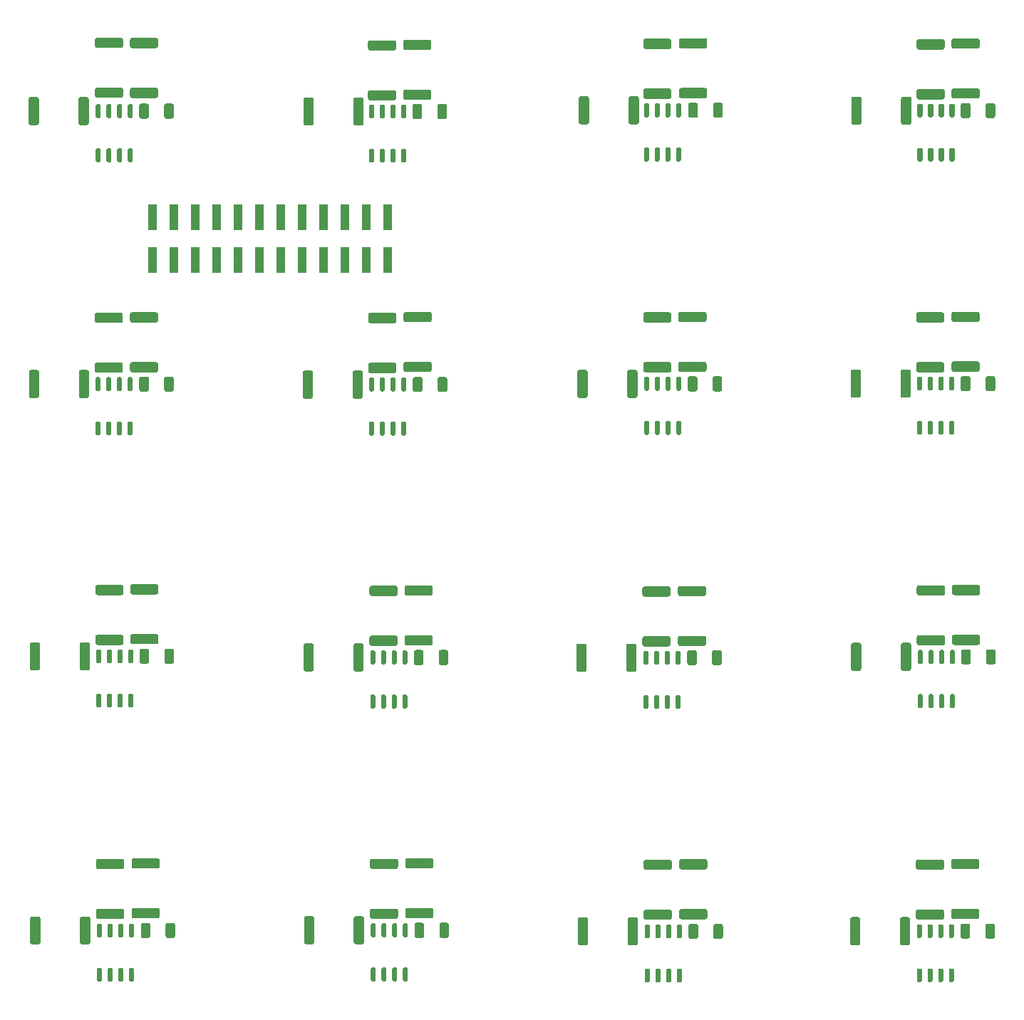
<source format=gbp>
G04 #@! TF.GenerationSoftware,KiCad,Pcbnew,5.1.10*
G04 #@! TF.CreationDate,2021-05-13T00:12:51+02:00*
G04 #@! TF.ProjectId,btn-matrix,62746e2d-6d61-4747-9269-782e6b696361,rev?*
G04 #@! TF.SameCoordinates,Original*
G04 #@! TF.FileFunction,Paste,Bot*
G04 #@! TF.FilePolarity,Positive*
%FSLAX46Y46*%
G04 Gerber Fmt 4.6, Leading zero omitted, Abs format (unit mm)*
G04 Created by KiCad (PCBNEW 5.1.10) date 2021-05-13 00:12:51*
%MOMM*%
%LPD*%
G01*
G04 APERTURE LIST*
%ADD10R,1.000000X3.150000*%
G04 APERTURE END LIST*
D10*
X74769780Y-56575780D03*
X74769780Y-51525780D03*
X72229780Y-56575780D03*
X72229780Y-51525780D03*
X69689780Y-56575780D03*
X69689780Y-51525780D03*
X67149780Y-56575780D03*
X67149780Y-51525780D03*
X64609780Y-56575780D03*
X64609780Y-51525780D03*
X62069780Y-56575780D03*
X62069780Y-51525780D03*
X59529780Y-56575780D03*
X59529780Y-51525780D03*
X56989780Y-56575780D03*
X56989780Y-51525780D03*
X54449780Y-56575780D03*
X54449780Y-51525780D03*
X51909780Y-56575780D03*
X51909780Y-51525780D03*
X49369780Y-56575780D03*
X49369780Y-51525780D03*
X46829780Y-56575780D03*
X46829780Y-51525780D03*
G36*
G01*
X45454780Y-136925781D02*
X45454780Y-135625779D01*
G75*
G02*
X45704779Y-135375780I249999J0D01*
G01*
X46354781Y-135375780D01*
G75*
G02*
X46604780Y-135625779I0J-249999D01*
G01*
X46604780Y-136925781D01*
G75*
G02*
X46354781Y-137175780I-249999J0D01*
G01*
X45704779Y-137175780D01*
G75*
G02*
X45454780Y-136925781I0J249999D01*
G01*
G37*
G36*
G01*
X48404780Y-136925781D02*
X48404780Y-135625779D01*
G75*
G02*
X48654779Y-135375780I249999J0D01*
G01*
X49304781Y-135375780D01*
G75*
G02*
X49554780Y-135625779I0J-249999D01*
G01*
X49554780Y-136925781D01*
G75*
G02*
X49304781Y-137175780I-249999J0D01*
G01*
X48654779Y-137175780D01*
G75*
G02*
X48404780Y-136925781I0J249999D01*
G01*
G37*
G36*
G01*
X48254780Y-104325781D02*
X48254780Y-103025779D01*
G75*
G02*
X48504779Y-102775780I249999J0D01*
G01*
X49154781Y-102775780D01*
G75*
G02*
X49404780Y-103025779I0J-249999D01*
G01*
X49404780Y-104325781D01*
G75*
G02*
X49154781Y-104575780I-249999J0D01*
G01*
X48504779Y-104575780D01*
G75*
G02*
X48254780Y-104325781I0J249999D01*
G01*
G37*
G36*
G01*
X45304780Y-104325781D02*
X45304780Y-103025779D01*
G75*
G02*
X45554779Y-102775780I249999J0D01*
G01*
X46204781Y-102775780D01*
G75*
G02*
X46454780Y-103025779I0J-249999D01*
G01*
X46454780Y-104325781D01*
G75*
G02*
X46204781Y-104575780I-249999J0D01*
G01*
X45554779Y-104575780D01*
G75*
G02*
X45304780Y-104325781I0J249999D01*
G01*
G37*
G36*
G01*
X45279780Y-71975781D02*
X45279780Y-70675779D01*
G75*
G02*
X45529779Y-70425780I249999J0D01*
G01*
X46179781Y-70425780D01*
G75*
G02*
X46429780Y-70675779I0J-249999D01*
G01*
X46429780Y-71975781D01*
G75*
G02*
X46179781Y-72225780I-249999J0D01*
G01*
X45529779Y-72225780D01*
G75*
G02*
X45279780Y-71975781I0J249999D01*
G01*
G37*
G36*
G01*
X48229780Y-71975781D02*
X48229780Y-70675779D01*
G75*
G02*
X48479779Y-70425780I249999J0D01*
G01*
X49129781Y-70425780D01*
G75*
G02*
X49379780Y-70675779I0J-249999D01*
G01*
X49379780Y-71975781D01*
G75*
G02*
X49129781Y-72225780I-249999J0D01*
G01*
X48479779Y-72225780D01*
G75*
G02*
X48229780Y-71975781I0J249999D01*
G01*
G37*
G36*
G01*
X45279780Y-39525781D02*
X45279780Y-38225779D01*
G75*
G02*
X45529779Y-37975780I249999J0D01*
G01*
X46179781Y-37975780D01*
G75*
G02*
X46429780Y-38225779I0J-249999D01*
G01*
X46429780Y-39525781D01*
G75*
G02*
X46179781Y-39775780I-249999J0D01*
G01*
X45529779Y-39775780D01*
G75*
G02*
X45279780Y-39525781I0J249999D01*
G01*
G37*
G36*
G01*
X48229780Y-39525781D02*
X48229780Y-38225779D01*
G75*
G02*
X48479779Y-37975780I249999J0D01*
G01*
X49129781Y-37975780D01*
G75*
G02*
X49379780Y-38225779I0J-249999D01*
G01*
X49379780Y-39525781D01*
G75*
G02*
X49129781Y-39775780I-249999J0D01*
G01*
X48479779Y-39775780D01*
G75*
G02*
X48229780Y-39525781I0J249999D01*
G01*
G37*
G36*
G01*
X80929780Y-136900781D02*
X80929780Y-135600779D01*
G75*
G02*
X81179779Y-135350780I249999J0D01*
G01*
X81829781Y-135350780D01*
G75*
G02*
X82079780Y-135600779I0J-249999D01*
G01*
X82079780Y-136900781D01*
G75*
G02*
X81829781Y-137150780I-249999J0D01*
G01*
X81179779Y-137150780D01*
G75*
G02*
X80929780Y-136900781I0J249999D01*
G01*
G37*
G36*
G01*
X77979780Y-136900781D02*
X77979780Y-135600779D01*
G75*
G02*
X78229779Y-135350780I249999J0D01*
G01*
X78879781Y-135350780D01*
G75*
G02*
X79129780Y-135600779I0J-249999D01*
G01*
X79129780Y-136900781D01*
G75*
G02*
X78879781Y-137150780I-249999J0D01*
G01*
X78229779Y-137150780D01*
G75*
G02*
X77979780Y-136900781I0J249999D01*
G01*
G37*
G36*
G01*
X77904780Y-104475781D02*
X77904780Y-103175779D01*
G75*
G02*
X78154779Y-102925780I249999J0D01*
G01*
X78804781Y-102925780D01*
G75*
G02*
X79054780Y-103175779I0J-249999D01*
G01*
X79054780Y-104475781D01*
G75*
G02*
X78804781Y-104725780I-249999J0D01*
G01*
X78154779Y-104725780D01*
G75*
G02*
X77904780Y-104475781I0J249999D01*
G01*
G37*
G36*
G01*
X80854780Y-104475781D02*
X80854780Y-103175779D01*
G75*
G02*
X81104779Y-102925780I249999J0D01*
G01*
X81754781Y-102925780D01*
G75*
G02*
X82004780Y-103175779I0J-249999D01*
G01*
X82004780Y-104475781D01*
G75*
G02*
X81754781Y-104725780I-249999J0D01*
G01*
X81104779Y-104725780D01*
G75*
G02*
X80854780Y-104475781I0J249999D01*
G01*
G37*
G36*
G01*
X80729780Y-72025781D02*
X80729780Y-70725779D01*
G75*
G02*
X80979779Y-70475780I249999J0D01*
G01*
X81629781Y-70475780D01*
G75*
G02*
X81879780Y-70725779I0J-249999D01*
G01*
X81879780Y-72025781D01*
G75*
G02*
X81629781Y-72275780I-249999J0D01*
G01*
X80979779Y-72275780D01*
G75*
G02*
X80729780Y-72025781I0J249999D01*
G01*
G37*
G36*
G01*
X77779780Y-72025781D02*
X77779780Y-70725779D01*
G75*
G02*
X78029779Y-70475780I249999J0D01*
G01*
X78679781Y-70475780D01*
G75*
G02*
X78929780Y-70725779I0J-249999D01*
G01*
X78929780Y-72025781D01*
G75*
G02*
X78679781Y-72275780I-249999J0D01*
G01*
X78029779Y-72275780D01*
G75*
G02*
X77779780Y-72025781I0J249999D01*
G01*
G37*
G36*
G01*
X77729780Y-39575781D02*
X77729780Y-38275779D01*
G75*
G02*
X77979779Y-38025780I249999J0D01*
G01*
X78629781Y-38025780D01*
G75*
G02*
X78879780Y-38275779I0J-249999D01*
G01*
X78879780Y-39575781D01*
G75*
G02*
X78629781Y-39825780I-249999J0D01*
G01*
X77979779Y-39825780D01*
G75*
G02*
X77729780Y-39575781I0J249999D01*
G01*
G37*
G36*
G01*
X80679780Y-39575781D02*
X80679780Y-38275779D01*
G75*
G02*
X80929779Y-38025780I249999J0D01*
G01*
X81579781Y-38025780D01*
G75*
G02*
X81829780Y-38275779I0J-249999D01*
G01*
X81829780Y-39575781D01*
G75*
G02*
X81579781Y-39825780I-249999J0D01*
G01*
X80929779Y-39825780D01*
G75*
G02*
X80679780Y-39575781I0J249999D01*
G01*
G37*
G36*
G01*
X110529780Y-137025781D02*
X110529780Y-135725779D01*
G75*
G02*
X110779779Y-135475780I249999J0D01*
G01*
X111429781Y-135475780D01*
G75*
G02*
X111679780Y-135725779I0J-249999D01*
G01*
X111679780Y-137025781D01*
G75*
G02*
X111429781Y-137275780I-249999J0D01*
G01*
X110779779Y-137275780D01*
G75*
G02*
X110529780Y-137025781I0J249999D01*
G01*
G37*
G36*
G01*
X113479780Y-137025781D02*
X113479780Y-135725779D01*
G75*
G02*
X113729779Y-135475780I249999J0D01*
G01*
X114379781Y-135475780D01*
G75*
G02*
X114629780Y-135725779I0J-249999D01*
G01*
X114629780Y-137025781D01*
G75*
G02*
X114379781Y-137275780I-249999J0D01*
G01*
X113729779Y-137275780D01*
G75*
G02*
X113479780Y-137025781I0J249999D01*
G01*
G37*
G36*
G01*
X113329780Y-104500781D02*
X113329780Y-103200779D01*
G75*
G02*
X113579779Y-102950780I249999J0D01*
G01*
X114229781Y-102950780D01*
G75*
G02*
X114479780Y-103200779I0J-249999D01*
G01*
X114479780Y-104500781D01*
G75*
G02*
X114229781Y-104750780I-249999J0D01*
G01*
X113579779Y-104750780D01*
G75*
G02*
X113329780Y-104500781I0J249999D01*
G01*
G37*
G36*
G01*
X110379780Y-104500781D02*
X110379780Y-103200779D01*
G75*
G02*
X110629779Y-102950780I249999J0D01*
G01*
X111279781Y-102950780D01*
G75*
G02*
X111529780Y-103200779I0J-249999D01*
G01*
X111529780Y-104500781D01*
G75*
G02*
X111279781Y-104750780I-249999J0D01*
G01*
X110629779Y-104750780D01*
G75*
G02*
X110379780Y-104500781I0J249999D01*
G01*
G37*
G36*
G01*
X113379780Y-71950781D02*
X113379780Y-70650779D01*
G75*
G02*
X113629779Y-70400780I249999J0D01*
G01*
X114279781Y-70400780D01*
G75*
G02*
X114529780Y-70650779I0J-249999D01*
G01*
X114529780Y-71950781D01*
G75*
G02*
X114279781Y-72200780I-249999J0D01*
G01*
X113629779Y-72200780D01*
G75*
G02*
X113379780Y-71950781I0J249999D01*
G01*
G37*
G36*
G01*
X110429780Y-71950781D02*
X110429780Y-70650779D01*
G75*
G02*
X110679779Y-70400780I249999J0D01*
G01*
X111329781Y-70400780D01*
G75*
G02*
X111579780Y-70650779I0J-249999D01*
G01*
X111579780Y-71950781D01*
G75*
G02*
X111329781Y-72200780I-249999J0D01*
G01*
X110679779Y-72200780D01*
G75*
G02*
X110429780Y-71950781I0J249999D01*
G01*
G37*
G36*
G01*
X110504780Y-39425781D02*
X110504780Y-38125779D01*
G75*
G02*
X110754779Y-37875780I249999J0D01*
G01*
X111404781Y-37875780D01*
G75*
G02*
X111654780Y-38125779I0J-249999D01*
G01*
X111654780Y-39425781D01*
G75*
G02*
X111404781Y-39675780I-249999J0D01*
G01*
X110754779Y-39675780D01*
G75*
G02*
X110504780Y-39425781I0J249999D01*
G01*
G37*
G36*
G01*
X113454780Y-39425781D02*
X113454780Y-38125779D01*
G75*
G02*
X113704779Y-37875780I249999J0D01*
G01*
X114354781Y-37875780D01*
G75*
G02*
X114604780Y-38125779I0J-249999D01*
G01*
X114604780Y-39425781D01*
G75*
G02*
X114354781Y-39675780I-249999J0D01*
G01*
X113704779Y-39675780D01*
G75*
G02*
X113454780Y-39425781I0J249999D01*
G01*
G37*
G36*
G01*
X142854780Y-137000781D02*
X142854780Y-135700779D01*
G75*
G02*
X143104779Y-135450780I249999J0D01*
G01*
X143754781Y-135450780D01*
G75*
G02*
X144004780Y-135700779I0J-249999D01*
G01*
X144004780Y-137000781D01*
G75*
G02*
X143754781Y-137250780I-249999J0D01*
G01*
X143104779Y-137250780D01*
G75*
G02*
X142854780Y-137000781I0J249999D01*
G01*
G37*
G36*
G01*
X145804780Y-137000781D02*
X145804780Y-135700779D01*
G75*
G02*
X146054779Y-135450780I249999J0D01*
G01*
X146704781Y-135450780D01*
G75*
G02*
X146954780Y-135700779I0J-249999D01*
G01*
X146954780Y-137000781D01*
G75*
G02*
X146704781Y-137250780I-249999J0D01*
G01*
X146054779Y-137250780D01*
G75*
G02*
X145804780Y-137000781I0J249999D01*
G01*
G37*
G36*
G01*
X145879780Y-104400781D02*
X145879780Y-103100779D01*
G75*
G02*
X146129779Y-102850780I249999J0D01*
G01*
X146779781Y-102850780D01*
G75*
G02*
X147029780Y-103100779I0J-249999D01*
G01*
X147029780Y-104400781D01*
G75*
G02*
X146779781Y-104650780I-249999J0D01*
G01*
X146129779Y-104650780D01*
G75*
G02*
X145879780Y-104400781I0J249999D01*
G01*
G37*
G36*
G01*
X142929780Y-104400781D02*
X142929780Y-103100779D01*
G75*
G02*
X143179779Y-102850780I249999J0D01*
G01*
X143829781Y-102850780D01*
G75*
G02*
X144079780Y-103100779I0J-249999D01*
G01*
X144079780Y-104400781D01*
G75*
G02*
X143829781Y-104650780I-249999J0D01*
G01*
X143179779Y-104650780D01*
G75*
G02*
X142929780Y-104400781I0J249999D01*
G01*
G37*
G36*
G01*
X145829780Y-71925781D02*
X145829780Y-70625779D01*
G75*
G02*
X146079779Y-70375780I249999J0D01*
G01*
X146729781Y-70375780D01*
G75*
G02*
X146979780Y-70625779I0J-249999D01*
G01*
X146979780Y-71925781D01*
G75*
G02*
X146729781Y-72175780I-249999J0D01*
G01*
X146079779Y-72175780D01*
G75*
G02*
X145829780Y-71925781I0J249999D01*
G01*
G37*
G36*
G01*
X142879780Y-71925781D02*
X142879780Y-70625779D01*
G75*
G02*
X143129779Y-70375780I249999J0D01*
G01*
X143779781Y-70375780D01*
G75*
G02*
X144029780Y-70625779I0J-249999D01*
G01*
X144029780Y-71925781D01*
G75*
G02*
X143779781Y-72175780I-249999J0D01*
G01*
X143129779Y-72175780D01*
G75*
G02*
X142879780Y-71925781I0J249999D01*
G01*
G37*
G36*
G01*
X145829780Y-39475781D02*
X145829780Y-38175779D01*
G75*
G02*
X146079779Y-37925780I249999J0D01*
G01*
X146729781Y-37925780D01*
G75*
G02*
X146979780Y-38175779I0J-249999D01*
G01*
X146979780Y-39475781D01*
G75*
G02*
X146729781Y-39725780I-249999J0D01*
G01*
X146079779Y-39725780D01*
G75*
G02*
X145829780Y-39475781I0J249999D01*
G01*
G37*
G36*
G01*
X142879780Y-39475781D02*
X142879780Y-38175779D01*
G75*
G02*
X143129779Y-37925780I249999J0D01*
G01*
X143779781Y-37925780D01*
G75*
G02*
X144029780Y-38175779I0J-249999D01*
G01*
X144029780Y-39475781D01*
G75*
G02*
X143779781Y-39725780I-249999J0D01*
G01*
X143129779Y-39725780D01*
G75*
G02*
X142879780Y-39475781I0J249999D01*
G01*
G37*
G36*
G01*
X43254780Y-128988280D02*
X40404780Y-128988280D01*
G75*
G02*
X40154780Y-128738280I0J250000D01*
G01*
X40154780Y-128013280D01*
G75*
G02*
X40404780Y-127763280I250000J0D01*
G01*
X43254780Y-127763280D01*
G75*
G02*
X43504780Y-128013280I0J-250000D01*
G01*
X43504780Y-128738280D01*
G75*
G02*
X43254780Y-128988280I-250000J0D01*
G01*
G37*
G36*
G01*
X43254780Y-134913280D02*
X40404780Y-134913280D01*
G75*
G02*
X40154780Y-134663280I0J250000D01*
G01*
X40154780Y-133938280D01*
G75*
G02*
X40404780Y-133688280I250000J0D01*
G01*
X43254780Y-133688280D01*
G75*
G02*
X43504780Y-133938280I0J-250000D01*
G01*
X43504780Y-134663280D01*
G75*
G02*
X43254780Y-134913280I-250000J0D01*
G01*
G37*
G36*
G01*
X39467280Y-134850780D02*
X39467280Y-137700780D01*
G75*
G02*
X39217280Y-137950780I-250000J0D01*
G01*
X38492280Y-137950780D01*
G75*
G02*
X38242280Y-137700780I0J250000D01*
G01*
X38242280Y-134850780D01*
G75*
G02*
X38492280Y-134600780I250000J0D01*
G01*
X39217280Y-134600780D01*
G75*
G02*
X39467280Y-134850780I0J-250000D01*
G01*
G37*
G36*
G01*
X33542280Y-134850780D02*
X33542280Y-137700780D01*
G75*
G02*
X33292280Y-137950780I-250000J0D01*
G01*
X32567280Y-137950780D01*
G75*
G02*
X32317280Y-137700780I0J250000D01*
G01*
X32317280Y-134850780D01*
G75*
G02*
X32567280Y-134600780I250000J0D01*
G01*
X33292280Y-134600780D01*
G75*
G02*
X33542280Y-134850780I0J-250000D01*
G01*
G37*
G36*
G01*
X43154780Y-96413280D02*
X40304780Y-96413280D01*
G75*
G02*
X40054780Y-96163280I0J250000D01*
G01*
X40054780Y-95438280D01*
G75*
G02*
X40304780Y-95188280I250000J0D01*
G01*
X43154780Y-95188280D01*
G75*
G02*
X43404780Y-95438280I0J-250000D01*
G01*
X43404780Y-96163280D01*
G75*
G02*
X43154780Y-96413280I-250000J0D01*
G01*
G37*
G36*
G01*
X43154780Y-102338280D02*
X40304780Y-102338280D01*
G75*
G02*
X40054780Y-102088280I0J250000D01*
G01*
X40054780Y-101363280D01*
G75*
G02*
X40304780Y-101113280I250000J0D01*
G01*
X43154780Y-101113280D01*
G75*
G02*
X43404780Y-101363280I0J-250000D01*
G01*
X43404780Y-102088280D01*
G75*
G02*
X43154780Y-102338280I-250000J0D01*
G01*
G37*
G36*
G01*
X39417280Y-102250780D02*
X39417280Y-105100780D01*
G75*
G02*
X39167280Y-105350780I-250000J0D01*
G01*
X38442280Y-105350780D01*
G75*
G02*
X38192280Y-105100780I0J250000D01*
G01*
X38192280Y-102250780D01*
G75*
G02*
X38442280Y-102000780I250000J0D01*
G01*
X39167280Y-102000780D01*
G75*
G02*
X39417280Y-102250780I0J-250000D01*
G01*
G37*
G36*
G01*
X33492280Y-102250780D02*
X33492280Y-105100780D01*
G75*
G02*
X33242280Y-105350780I-250000J0D01*
G01*
X32517280Y-105350780D01*
G75*
G02*
X32267280Y-105100780I0J250000D01*
G01*
X32267280Y-102250780D01*
G75*
G02*
X32517280Y-102000780I250000J0D01*
G01*
X33242280Y-102000780D01*
G75*
G02*
X33492280Y-102250780I0J-250000D01*
G01*
G37*
G36*
G01*
X43079780Y-64063280D02*
X40229780Y-64063280D01*
G75*
G02*
X39979780Y-63813280I0J250000D01*
G01*
X39979780Y-63088280D01*
G75*
G02*
X40229780Y-62838280I250000J0D01*
G01*
X43079780Y-62838280D01*
G75*
G02*
X43329780Y-63088280I0J-250000D01*
G01*
X43329780Y-63813280D01*
G75*
G02*
X43079780Y-64063280I-250000J0D01*
G01*
G37*
G36*
G01*
X43079780Y-69988280D02*
X40229780Y-69988280D01*
G75*
G02*
X39979780Y-69738280I0J250000D01*
G01*
X39979780Y-69013280D01*
G75*
G02*
X40229780Y-68763280I250000J0D01*
G01*
X43079780Y-68763280D01*
G75*
G02*
X43329780Y-69013280I0J-250000D01*
G01*
X43329780Y-69738280D01*
G75*
G02*
X43079780Y-69988280I-250000J0D01*
G01*
G37*
G36*
G01*
X39317280Y-69900780D02*
X39317280Y-72750780D01*
G75*
G02*
X39067280Y-73000780I-250000J0D01*
G01*
X38342280Y-73000780D01*
G75*
G02*
X38092280Y-72750780I0J250000D01*
G01*
X38092280Y-69900780D01*
G75*
G02*
X38342280Y-69650780I250000J0D01*
G01*
X39067280Y-69650780D01*
G75*
G02*
X39317280Y-69900780I0J-250000D01*
G01*
G37*
G36*
G01*
X33392280Y-69900780D02*
X33392280Y-72750780D01*
G75*
G02*
X33142280Y-73000780I-250000J0D01*
G01*
X32417280Y-73000780D01*
G75*
G02*
X32167280Y-72750780I0J250000D01*
G01*
X32167280Y-69900780D01*
G75*
G02*
X32417280Y-69650780I250000J0D01*
G01*
X33142280Y-69650780D01*
G75*
G02*
X33392280Y-69900780I0J-250000D01*
G01*
G37*
G36*
G01*
X43104780Y-37300780D02*
X40254780Y-37300780D01*
G75*
G02*
X40004780Y-37050780I0J250000D01*
G01*
X40004780Y-36325780D01*
G75*
G02*
X40254780Y-36075780I250000J0D01*
G01*
X43104780Y-36075780D01*
G75*
G02*
X43354780Y-36325780I0J-250000D01*
G01*
X43354780Y-37050780D01*
G75*
G02*
X43104780Y-37300780I-250000J0D01*
G01*
G37*
G36*
G01*
X43104780Y-31375780D02*
X40254780Y-31375780D01*
G75*
G02*
X40004780Y-31125780I0J250000D01*
G01*
X40004780Y-30400780D01*
G75*
G02*
X40254780Y-30150780I250000J0D01*
G01*
X43104780Y-30150780D01*
G75*
G02*
X43354780Y-30400780I0J-250000D01*
G01*
X43354780Y-31125780D01*
G75*
G02*
X43104780Y-31375780I-250000J0D01*
G01*
G37*
G36*
G01*
X33354780Y-37450780D02*
X33354780Y-40300780D01*
G75*
G02*
X33104780Y-40550780I-250000J0D01*
G01*
X32379780Y-40550780D01*
G75*
G02*
X32129780Y-40300780I0J250000D01*
G01*
X32129780Y-37450780D01*
G75*
G02*
X32379780Y-37200780I250000J0D01*
G01*
X33104780Y-37200780D01*
G75*
G02*
X33354780Y-37450780I0J-250000D01*
G01*
G37*
G36*
G01*
X39279780Y-37450780D02*
X39279780Y-40300780D01*
G75*
G02*
X39029780Y-40550780I-250000J0D01*
G01*
X38304780Y-40550780D01*
G75*
G02*
X38054780Y-40300780I0J250000D01*
G01*
X38054780Y-37450780D01*
G75*
G02*
X38304780Y-37200780I250000J0D01*
G01*
X39029780Y-37200780D01*
G75*
G02*
X39279780Y-37450780I0J-250000D01*
G01*
G37*
G36*
G01*
X47454780Y-134838280D02*
X44604780Y-134838280D01*
G75*
G02*
X44354780Y-134588280I0J250000D01*
G01*
X44354780Y-133863280D01*
G75*
G02*
X44604780Y-133613280I250000J0D01*
G01*
X47454780Y-133613280D01*
G75*
G02*
X47704780Y-133863280I0J-250000D01*
G01*
X47704780Y-134588280D01*
G75*
G02*
X47454780Y-134838280I-250000J0D01*
G01*
G37*
G36*
G01*
X47454780Y-128913280D02*
X44604780Y-128913280D01*
G75*
G02*
X44354780Y-128663280I0J250000D01*
G01*
X44354780Y-127938280D01*
G75*
G02*
X44604780Y-127688280I250000J0D01*
G01*
X47454780Y-127688280D01*
G75*
G02*
X47704780Y-127938280I0J-250000D01*
G01*
X47704780Y-128663280D01*
G75*
G02*
X47454780Y-128913280I-250000J0D01*
G01*
G37*
G36*
G01*
X47304780Y-96325780D02*
X44454780Y-96325780D01*
G75*
G02*
X44204780Y-96075780I0J250000D01*
G01*
X44204780Y-95350780D01*
G75*
G02*
X44454780Y-95100780I250000J0D01*
G01*
X47304780Y-95100780D01*
G75*
G02*
X47554780Y-95350780I0J-250000D01*
G01*
X47554780Y-96075780D01*
G75*
G02*
X47304780Y-96325780I-250000J0D01*
G01*
G37*
G36*
G01*
X47304780Y-102250780D02*
X44454780Y-102250780D01*
G75*
G02*
X44204780Y-102000780I0J250000D01*
G01*
X44204780Y-101275780D01*
G75*
G02*
X44454780Y-101025780I250000J0D01*
G01*
X47304780Y-101025780D01*
G75*
G02*
X47554780Y-101275780I0J-250000D01*
G01*
X47554780Y-102000780D01*
G75*
G02*
X47304780Y-102250780I-250000J0D01*
G01*
G37*
G36*
G01*
X47279780Y-69938280D02*
X44429780Y-69938280D01*
G75*
G02*
X44179780Y-69688280I0J250000D01*
G01*
X44179780Y-68963280D01*
G75*
G02*
X44429780Y-68713280I250000J0D01*
G01*
X47279780Y-68713280D01*
G75*
G02*
X47529780Y-68963280I0J-250000D01*
G01*
X47529780Y-69688280D01*
G75*
G02*
X47279780Y-69938280I-250000J0D01*
G01*
G37*
G36*
G01*
X47279780Y-64013280D02*
X44429780Y-64013280D01*
G75*
G02*
X44179780Y-63763280I0J250000D01*
G01*
X44179780Y-63038280D01*
G75*
G02*
X44429780Y-62788280I250000J0D01*
G01*
X47279780Y-62788280D01*
G75*
G02*
X47529780Y-63038280I0J-250000D01*
G01*
X47529780Y-63763280D01*
G75*
G02*
X47279780Y-64013280I-250000J0D01*
G01*
G37*
G36*
G01*
X47279780Y-31388280D02*
X44429780Y-31388280D01*
G75*
G02*
X44179780Y-31138280I0J250000D01*
G01*
X44179780Y-30413280D01*
G75*
G02*
X44429780Y-30163280I250000J0D01*
G01*
X47279780Y-30163280D01*
G75*
G02*
X47529780Y-30413280I0J-250000D01*
G01*
X47529780Y-31138280D01*
G75*
G02*
X47279780Y-31388280I-250000J0D01*
G01*
G37*
G36*
G01*
X47279780Y-37313280D02*
X44429780Y-37313280D01*
G75*
G02*
X44179780Y-37063280I0J250000D01*
G01*
X44179780Y-36338280D01*
G75*
G02*
X44429780Y-36088280I250000J0D01*
G01*
X47279780Y-36088280D01*
G75*
G02*
X47529780Y-36338280I0J-250000D01*
G01*
X47529780Y-37063280D01*
G75*
G02*
X47279780Y-37313280I-250000J0D01*
G01*
G37*
G36*
G01*
X75779780Y-134888280D02*
X72929780Y-134888280D01*
G75*
G02*
X72679780Y-134638280I0J250000D01*
G01*
X72679780Y-133913280D01*
G75*
G02*
X72929780Y-133663280I250000J0D01*
G01*
X75779780Y-133663280D01*
G75*
G02*
X76029780Y-133913280I0J-250000D01*
G01*
X76029780Y-134638280D01*
G75*
G02*
X75779780Y-134888280I-250000J0D01*
G01*
G37*
G36*
G01*
X75779780Y-128963280D02*
X72929780Y-128963280D01*
G75*
G02*
X72679780Y-128713280I0J250000D01*
G01*
X72679780Y-127988280D01*
G75*
G02*
X72929780Y-127738280I250000J0D01*
G01*
X75779780Y-127738280D01*
G75*
G02*
X76029780Y-127988280I0J-250000D01*
G01*
X76029780Y-128713280D01*
G75*
G02*
X75779780Y-128963280I-250000J0D01*
G01*
G37*
G36*
G01*
X66067280Y-134825780D02*
X66067280Y-137675780D01*
G75*
G02*
X65817280Y-137925780I-250000J0D01*
G01*
X65092280Y-137925780D01*
G75*
G02*
X64842280Y-137675780I0J250000D01*
G01*
X64842280Y-134825780D01*
G75*
G02*
X65092280Y-134575780I250000J0D01*
G01*
X65817280Y-134575780D01*
G75*
G02*
X66067280Y-134825780I0J-250000D01*
G01*
G37*
G36*
G01*
X71992280Y-134825780D02*
X71992280Y-137675780D01*
G75*
G02*
X71742280Y-137925780I-250000J0D01*
G01*
X71017280Y-137925780D01*
G75*
G02*
X70767280Y-137675780I0J250000D01*
G01*
X70767280Y-134825780D01*
G75*
G02*
X71017280Y-134575780I250000J0D01*
G01*
X71742280Y-134575780D01*
G75*
G02*
X71992280Y-134825780I0J-250000D01*
G01*
G37*
G36*
G01*
X75729780Y-102438280D02*
X72879780Y-102438280D01*
G75*
G02*
X72629780Y-102188280I0J250000D01*
G01*
X72629780Y-101463280D01*
G75*
G02*
X72879780Y-101213280I250000J0D01*
G01*
X75729780Y-101213280D01*
G75*
G02*
X75979780Y-101463280I0J-250000D01*
G01*
X75979780Y-102188280D01*
G75*
G02*
X75729780Y-102438280I-250000J0D01*
G01*
G37*
G36*
G01*
X75729780Y-96513280D02*
X72879780Y-96513280D01*
G75*
G02*
X72629780Y-96263280I0J250000D01*
G01*
X72629780Y-95538280D01*
G75*
G02*
X72879780Y-95288280I250000J0D01*
G01*
X75729780Y-95288280D01*
G75*
G02*
X75979780Y-95538280I0J-250000D01*
G01*
X75979780Y-96263280D01*
G75*
G02*
X75729780Y-96513280I-250000J0D01*
G01*
G37*
G36*
G01*
X66017280Y-102400780D02*
X66017280Y-105250780D01*
G75*
G02*
X65767280Y-105500780I-250000J0D01*
G01*
X65042280Y-105500780D01*
G75*
G02*
X64792280Y-105250780I0J250000D01*
G01*
X64792280Y-102400780D01*
G75*
G02*
X65042280Y-102150780I250000J0D01*
G01*
X65767280Y-102150780D01*
G75*
G02*
X66017280Y-102400780I0J-250000D01*
G01*
G37*
G36*
G01*
X71942280Y-102400780D02*
X71942280Y-105250780D01*
G75*
G02*
X71692280Y-105500780I-250000J0D01*
G01*
X70967280Y-105500780D01*
G75*
G02*
X70717280Y-105250780I0J250000D01*
G01*
X70717280Y-102400780D01*
G75*
G02*
X70967280Y-102150780I250000J0D01*
G01*
X71692280Y-102150780D01*
G75*
G02*
X71942280Y-102400780I0J-250000D01*
G01*
G37*
G36*
G01*
X75579780Y-64088280D02*
X72729780Y-64088280D01*
G75*
G02*
X72479780Y-63838280I0J250000D01*
G01*
X72479780Y-63113280D01*
G75*
G02*
X72729780Y-62863280I250000J0D01*
G01*
X75579780Y-62863280D01*
G75*
G02*
X75829780Y-63113280I0J-250000D01*
G01*
X75829780Y-63838280D01*
G75*
G02*
X75579780Y-64088280I-250000J0D01*
G01*
G37*
G36*
G01*
X75579780Y-70013280D02*
X72729780Y-70013280D01*
G75*
G02*
X72479780Y-69763280I0J250000D01*
G01*
X72479780Y-69038280D01*
G75*
G02*
X72729780Y-68788280I250000J0D01*
G01*
X75579780Y-68788280D01*
G75*
G02*
X75829780Y-69038280I0J-250000D01*
G01*
X75829780Y-69763280D01*
G75*
G02*
X75579780Y-70013280I-250000J0D01*
G01*
G37*
G36*
G01*
X71842280Y-69950780D02*
X71842280Y-72800780D01*
G75*
G02*
X71592280Y-73050780I-250000J0D01*
G01*
X70867280Y-73050780D01*
G75*
G02*
X70617280Y-72800780I0J250000D01*
G01*
X70617280Y-69950780D01*
G75*
G02*
X70867280Y-69700780I250000J0D01*
G01*
X71592280Y-69700780D01*
G75*
G02*
X71842280Y-69950780I0J-250000D01*
G01*
G37*
G36*
G01*
X65917280Y-69950780D02*
X65917280Y-72800780D01*
G75*
G02*
X65667280Y-73050780I-250000J0D01*
G01*
X64942280Y-73050780D01*
G75*
G02*
X64692280Y-72800780I0J250000D01*
G01*
X64692280Y-69950780D01*
G75*
G02*
X64942280Y-69700780I250000J0D01*
G01*
X65667280Y-69700780D01*
G75*
G02*
X65917280Y-69950780I0J-250000D01*
G01*
G37*
G36*
G01*
X75554780Y-37613280D02*
X72704780Y-37613280D01*
G75*
G02*
X72454780Y-37363280I0J250000D01*
G01*
X72454780Y-36638280D01*
G75*
G02*
X72704780Y-36388280I250000J0D01*
G01*
X75554780Y-36388280D01*
G75*
G02*
X75804780Y-36638280I0J-250000D01*
G01*
X75804780Y-37363280D01*
G75*
G02*
X75554780Y-37613280I-250000J0D01*
G01*
G37*
G36*
G01*
X75554780Y-31688280D02*
X72704780Y-31688280D01*
G75*
G02*
X72454780Y-31438280I0J250000D01*
G01*
X72454780Y-30713280D01*
G75*
G02*
X72704780Y-30463280I250000J0D01*
G01*
X75554780Y-30463280D01*
G75*
G02*
X75804780Y-30713280I0J-250000D01*
G01*
X75804780Y-31438280D01*
G75*
G02*
X75554780Y-31688280I-250000J0D01*
G01*
G37*
G36*
G01*
X66017280Y-37500780D02*
X66017280Y-40350780D01*
G75*
G02*
X65767280Y-40600780I-250000J0D01*
G01*
X65042280Y-40600780D01*
G75*
G02*
X64792280Y-40350780I0J250000D01*
G01*
X64792280Y-37500780D01*
G75*
G02*
X65042280Y-37250780I250000J0D01*
G01*
X65767280Y-37250780D01*
G75*
G02*
X66017280Y-37500780I0J-250000D01*
G01*
G37*
G36*
G01*
X71942280Y-37500780D02*
X71942280Y-40350780D01*
G75*
G02*
X71692280Y-40600780I-250000J0D01*
G01*
X70967280Y-40600780D01*
G75*
G02*
X70717280Y-40350780I0J250000D01*
G01*
X70717280Y-37500780D01*
G75*
G02*
X70967280Y-37250780I250000J0D01*
G01*
X71692280Y-37250780D01*
G75*
G02*
X71942280Y-37500780I0J-250000D01*
G01*
G37*
G36*
G01*
X79979780Y-134813280D02*
X77129780Y-134813280D01*
G75*
G02*
X76879780Y-134563280I0J250000D01*
G01*
X76879780Y-133838280D01*
G75*
G02*
X77129780Y-133588280I250000J0D01*
G01*
X79979780Y-133588280D01*
G75*
G02*
X80229780Y-133838280I0J-250000D01*
G01*
X80229780Y-134563280D01*
G75*
G02*
X79979780Y-134813280I-250000J0D01*
G01*
G37*
G36*
G01*
X79979780Y-128888280D02*
X77129780Y-128888280D01*
G75*
G02*
X76879780Y-128638280I0J250000D01*
G01*
X76879780Y-127913280D01*
G75*
G02*
X77129780Y-127663280I250000J0D01*
G01*
X79979780Y-127663280D01*
G75*
G02*
X80229780Y-127913280I0J-250000D01*
G01*
X80229780Y-128638280D01*
G75*
G02*
X79979780Y-128888280I-250000J0D01*
G01*
G37*
G36*
G01*
X79904780Y-102388280D02*
X77054780Y-102388280D01*
G75*
G02*
X76804780Y-102138280I0J250000D01*
G01*
X76804780Y-101413280D01*
G75*
G02*
X77054780Y-101163280I250000J0D01*
G01*
X79904780Y-101163280D01*
G75*
G02*
X80154780Y-101413280I0J-250000D01*
G01*
X80154780Y-102138280D01*
G75*
G02*
X79904780Y-102388280I-250000J0D01*
G01*
G37*
G36*
G01*
X79904780Y-96463280D02*
X77054780Y-96463280D01*
G75*
G02*
X76804780Y-96213280I0J250000D01*
G01*
X76804780Y-95488280D01*
G75*
G02*
X77054780Y-95238280I250000J0D01*
G01*
X79904780Y-95238280D01*
G75*
G02*
X80154780Y-95488280I0J-250000D01*
G01*
X80154780Y-96213280D01*
G75*
G02*
X79904780Y-96463280I-250000J0D01*
G01*
G37*
G36*
G01*
X79779780Y-69888280D02*
X76929780Y-69888280D01*
G75*
G02*
X76679780Y-69638280I0J250000D01*
G01*
X76679780Y-68913280D01*
G75*
G02*
X76929780Y-68663280I250000J0D01*
G01*
X79779780Y-68663280D01*
G75*
G02*
X80029780Y-68913280I0J-250000D01*
G01*
X80029780Y-69638280D01*
G75*
G02*
X79779780Y-69888280I-250000J0D01*
G01*
G37*
G36*
G01*
X79779780Y-63963280D02*
X76929780Y-63963280D01*
G75*
G02*
X76679780Y-63713280I0J250000D01*
G01*
X76679780Y-62988280D01*
G75*
G02*
X76929780Y-62738280I250000J0D01*
G01*
X79779780Y-62738280D01*
G75*
G02*
X80029780Y-62988280I0J-250000D01*
G01*
X80029780Y-63713280D01*
G75*
G02*
X79779780Y-63963280I-250000J0D01*
G01*
G37*
G36*
G01*
X79729780Y-31613280D02*
X76879780Y-31613280D01*
G75*
G02*
X76629780Y-31363280I0J250000D01*
G01*
X76629780Y-30638280D01*
G75*
G02*
X76879780Y-30388280I250000J0D01*
G01*
X79729780Y-30388280D01*
G75*
G02*
X79979780Y-30638280I0J-250000D01*
G01*
X79979780Y-31363280D01*
G75*
G02*
X79729780Y-31613280I-250000J0D01*
G01*
G37*
G36*
G01*
X79729780Y-37538280D02*
X76879780Y-37538280D01*
G75*
G02*
X76629780Y-37288280I0J250000D01*
G01*
X76629780Y-36563280D01*
G75*
G02*
X76879780Y-36313280I250000J0D01*
G01*
X79729780Y-36313280D01*
G75*
G02*
X79979780Y-36563280I0J-250000D01*
G01*
X79979780Y-37288280D01*
G75*
G02*
X79729780Y-37538280I-250000J0D01*
G01*
G37*
G36*
G01*
X108304780Y-129088280D02*
X105454780Y-129088280D01*
G75*
G02*
X105204780Y-128838280I0J250000D01*
G01*
X105204780Y-128113280D01*
G75*
G02*
X105454780Y-127863280I250000J0D01*
G01*
X108304780Y-127863280D01*
G75*
G02*
X108554780Y-128113280I0J-250000D01*
G01*
X108554780Y-128838280D01*
G75*
G02*
X108304780Y-129088280I-250000J0D01*
G01*
G37*
G36*
G01*
X108304780Y-135013280D02*
X105454780Y-135013280D01*
G75*
G02*
X105204780Y-134763280I0J250000D01*
G01*
X105204780Y-134038280D01*
G75*
G02*
X105454780Y-133788280I250000J0D01*
G01*
X108304780Y-133788280D01*
G75*
G02*
X108554780Y-134038280I0J-250000D01*
G01*
X108554780Y-134763280D01*
G75*
G02*
X108304780Y-135013280I-250000J0D01*
G01*
G37*
G36*
G01*
X104517280Y-134950780D02*
X104517280Y-137800780D01*
G75*
G02*
X104267280Y-138050780I-250000J0D01*
G01*
X103542280Y-138050780D01*
G75*
G02*
X103292280Y-137800780I0J250000D01*
G01*
X103292280Y-134950780D01*
G75*
G02*
X103542280Y-134700780I250000J0D01*
G01*
X104267280Y-134700780D01*
G75*
G02*
X104517280Y-134950780I0J-250000D01*
G01*
G37*
G36*
G01*
X98592280Y-134950780D02*
X98592280Y-137800780D01*
G75*
G02*
X98342280Y-138050780I-250000J0D01*
G01*
X97617280Y-138050780D01*
G75*
G02*
X97367280Y-137800780I0J250000D01*
G01*
X97367280Y-134950780D01*
G75*
G02*
X97617280Y-134700780I250000J0D01*
G01*
X98342280Y-134700780D01*
G75*
G02*
X98592280Y-134950780I0J-250000D01*
G01*
G37*
G36*
G01*
X108154780Y-96588280D02*
X105304780Y-96588280D01*
G75*
G02*
X105054780Y-96338280I0J250000D01*
G01*
X105054780Y-95613280D01*
G75*
G02*
X105304780Y-95363280I250000J0D01*
G01*
X108154780Y-95363280D01*
G75*
G02*
X108404780Y-95613280I0J-250000D01*
G01*
X108404780Y-96338280D01*
G75*
G02*
X108154780Y-96588280I-250000J0D01*
G01*
G37*
G36*
G01*
X108154780Y-102513280D02*
X105304780Y-102513280D01*
G75*
G02*
X105054780Y-102263280I0J250000D01*
G01*
X105054780Y-101538280D01*
G75*
G02*
X105304780Y-101288280I250000J0D01*
G01*
X108154780Y-101288280D01*
G75*
G02*
X108404780Y-101538280I0J-250000D01*
G01*
X108404780Y-102263280D01*
G75*
G02*
X108154780Y-102513280I-250000J0D01*
G01*
G37*
G36*
G01*
X104342280Y-102425780D02*
X104342280Y-105275780D01*
G75*
G02*
X104092280Y-105525780I-250000J0D01*
G01*
X103367280Y-105525780D01*
G75*
G02*
X103117280Y-105275780I0J250000D01*
G01*
X103117280Y-102425780D01*
G75*
G02*
X103367280Y-102175780I250000J0D01*
G01*
X104092280Y-102175780D01*
G75*
G02*
X104342280Y-102425780I0J-250000D01*
G01*
G37*
G36*
G01*
X98417280Y-102425780D02*
X98417280Y-105275780D01*
G75*
G02*
X98167280Y-105525780I-250000J0D01*
G01*
X97442280Y-105525780D01*
G75*
G02*
X97192280Y-105275780I0J250000D01*
G01*
X97192280Y-102425780D01*
G75*
G02*
X97442280Y-102175780I250000J0D01*
G01*
X98167280Y-102175780D01*
G75*
G02*
X98417280Y-102425780I0J-250000D01*
G01*
G37*
G36*
G01*
X108254780Y-69938280D02*
X105404780Y-69938280D01*
G75*
G02*
X105154780Y-69688280I0J250000D01*
G01*
X105154780Y-68963280D01*
G75*
G02*
X105404780Y-68713280I250000J0D01*
G01*
X108254780Y-68713280D01*
G75*
G02*
X108504780Y-68963280I0J-250000D01*
G01*
X108504780Y-69688280D01*
G75*
G02*
X108254780Y-69938280I-250000J0D01*
G01*
G37*
G36*
G01*
X108254780Y-64013280D02*
X105404780Y-64013280D01*
G75*
G02*
X105154780Y-63763280I0J250000D01*
G01*
X105154780Y-63038280D01*
G75*
G02*
X105404780Y-62788280I250000J0D01*
G01*
X108254780Y-62788280D01*
G75*
G02*
X108504780Y-63038280I0J-250000D01*
G01*
X108504780Y-63763280D01*
G75*
G02*
X108254780Y-64013280I-250000J0D01*
G01*
G37*
G36*
G01*
X98542280Y-69875780D02*
X98542280Y-72725780D01*
G75*
G02*
X98292280Y-72975780I-250000J0D01*
G01*
X97567280Y-72975780D01*
G75*
G02*
X97317280Y-72725780I0J250000D01*
G01*
X97317280Y-69875780D01*
G75*
G02*
X97567280Y-69625780I250000J0D01*
G01*
X98292280Y-69625780D01*
G75*
G02*
X98542280Y-69875780I0J-250000D01*
G01*
G37*
G36*
G01*
X104467280Y-69875780D02*
X104467280Y-72725780D01*
G75*
G02*
X104217280Y-72975780I-250000J0D01*
G01*
X103492280Y-72975780D01*
G75*
G02*
X103242280Y-72725780I0J250000D01*
G01*
X103242280Y-69875780D01*
G75*
G02*
X103492280Y-69625780I250000J0D01*
G01*
X104217280Y-69625780D01*
G75*
G02*
X104467280Y-69875780I0J-250000D01*
G01*
G37*
G36*
G01*
X108254780Y-37425780D02*
X105404780Y-37425780D01*
G75*
G02*
X105154780Y-37175780I0J250000D01*
G01*
X105154780Y-36450780D01*
G75*
G02*
X105404780Y-36200780I250000J0D01*
G01*
X108254780Y-36200780D01*
G75*
G02*
X108504780Y-36450780I0J-250000D01*
G01*
X108504780Y-37175780D01*
G75*
G02*
X108254780Y-37425780I-250000J0D01*
G01*
G37*
G36*
G01*
X108254780Y-31500780D02*
X105404780Y-31500780D01*
G75*
G02*
X105154780Y-31250780I0J250000D01*
G01*
X105154780Y-30525780D01*
G75*
G02*
X105404780Y-30275780I250000J0D01*
G01*
X108254780Y-30275780D01*
G75*
G02*
X108504780Y-30525780I0J-250000D01*
G01*
X108504780Y-31250780D01*
G75*
G02*
X108254780Y-31500780I-250000J0D01*
G01*
G37*
G36*
G01*
X98717280Y-37350780D02*
X98717280Y-40200780D01*
G75*
G02*
X98467280Y-40450780I-250000J0D01*
G01*
X97742280Y-40450780D01*
G75*
G02*
X97492280Y-40200780I0J250000D01*
G01*
X97492280Y-37350780D01*
G75*
G02*
X97742280Y-37100780I250000J0D01*
G01*
X98467280Y-37100780D01*
G75*
G02*
X98717280Y-37350780I0J-250000D01*
G01*
G37*
G36*
G01*
X104642280Y-37350780D02*
X104642280Y-40200780D01*
G75*
G02*
X104392280Y-40450780I-250000J0D01*
G01*
X103667280Y-40450780D01*
G75*
G02*
X103417280Y-40200780I0J250000D01*
G01*
X103417280Y-37350780D01*
G75*
G02*
X103667280Y-37100780I250000J0D01*
G01*
X104392280Y-37100780D01*
G75*
G02*
X104642280Y-37350780I0J-250000D01*
G01*
G37*
G36*
G01*
X112529780Y-134938280D02*
X109679780Y-134938280D01*
G75*
G02*
X109429780Y-134688280I0J250000D01*
G01*
X109429780Y-133963280D01*
G75*
G02*
X109679780Y-133713280I250000J0D01*
G01*
X112529780Y-133713280D01*
G75*
G02*
X112779780Y-133963280I0J-250000D01*
G01*
X112779780Y-134688280D01*
G75*
G02*
X112529780Y-134938280I-250000J0D01*
G01*
G37*
G36*
G01*
X112529780Y-129013280D02*
X109679780Y-129013280D01*
G75*
G02*
X109429780Y-128763280I0J250000D01*
G01*
X109429780Y-128038280D01*
G75*
G02*
X109679780Y-127788280I250000J0D01*
G01*
X112529780Y-127788280D01*
G75*
G02*
X112779780Y-128038280I0J-250000D01*
G01*
X112779780Y-128763280D01*
G75*
G02*
X112529780Y-129013280I-250000J0D01*
G01*
G37*
G36*
G01*
X112379780Y-102463280D02*
X109529780Y-102463280D01*
G75*
G02*
X109279780Y-102213280I0J250000D01*
G01*
X109279780Y-101488280D01*
G75*
G02*
X109529780Y-101238280I250000J0D01*
G01*
X112379780Y-101238280D01*
G75*
G02*
X112629780Y-101488280I0J-250000D01*
G01*
X112629780Y-102213280D01*
G75*
G02*
X112379780Y-102463280I-250000J0D01*
G01*
G37*
G36*
G01*
X112379780Y-96538280D02*
X109529780Y-96538280D01*
G75*
G02*
X109279780Y-96288280I0J250000D01*
G01*
X109279780Y-95563280D01*
G75*
G02*
X109529780Y-95313280I250000J0D01*
G01*
X112379780Y-95313280D01*
G75*
G02*
X112629780Y-95563280I0J-250000D01*
G01*
X112629780Y-96288280D01*
G75*
G02*
X112379780Y-96538280I-250000J0D01*
G01*
G37*
G36*
G01*
X112429780Y-63963280D02*
X109579780Y-63963280D01*
G75*
G02*
X109329780Y-63713280I0J250000D01*
G01*
X109329780Y-62988280D01*
G75*
G02*
X109579780Y-62738280I250000J0D01*
G01*
X112429780Y-62738280D01*
G75*
G02*
X112679780Y-62988280I0J-250000D01*
G01*
X112679780Y-63713280D01*
G75*
G02*
X112429780Y-63963280I-250000J0D01*
G01*
G37*
G36*
G01*
X112429780Y-69888280D02*
X109579780Y-69888280D01*
G75*
G02*
X109329780Y-69638280I0J250000D01*
G01*
X109329780Y-68913280D01*
G75*
G02*
X109579780Y-68663280I250000J0D01*
G01*
X112429780Y-68663280D01*
G75*
G02*
X112679780Y-68913280I0J-250000D01*
G01*
X112679780Y-69638280D01*
G75*
G02*
X112429780Y-69888280I-250000J0D01*
G01*
G37*
G36*
G01*
X112504780Y-31425780D02*
X109654780Y-31425780D01*
G75*
G02*
X109404780Y-31175780I0J250000D01*
G01*
X109404780Y-30450780D01*
G75*
G02*
X109654780Y-30200780I250000J0D01*
G01*
X112504780Y-30200780D01*
G75*
G02*
X112754780Y-30450780I0J-250000D01*
G01*
X112754780Y-31175780D01*
G75*
G02*
X112504780Y-31425780I-250000J0D01*
G01*
G37*
G36*
G01*
X112504780Y-37350780D02*
X109654780Y-37350780D01*
G75*
G02*
X109404780Y-37100780I0J250000D01*
G01*
X109404780Y-36375780D01*
G75*
G02*
X109654780Y-36125780I250000J0D01*
G01*
X112504780Y-36125780D01*
G75*
G02*
X112754780Y-36375780I0J-250000D01*
G01*
X112754780Y-37100780D01*
G75*
G02*
X112504780Y-37350780I-250000J0D01*
G01*
G37*
G36*
G01*
X140654780Y-134988280D02*
X137804780Y-134988280D01*
G75*
G02*
X137554780Y-134738280I0J250000D01*
G01*
X137554780Y-134013280D01*
G75*
G02*
X137804780Y-133763280I250000J0D01*
G01*
X140654780Y-133763280D01*
G75*
G02*
X140904780Y-134013280I0J-250000D01*
G01*
X140904780Y-134738280D01*
G75*
G02*
X140654780Y-134988280I-250000J0D01*
G01*
G37*
G36*
G01*
X140654780Y-129063280D02*
X137804780Y-129063280D01*
G75*
G02*
X137554780Y-128813280I0J250000D01*
G01*
X137554780Y-128088280D01*
G75*
G02*
X137804780Y-127838280I250000J0D01*
G01*
X140654780Y-127838280D01*
G75*
G02*
X140904780Y-128088280I0J-250000D01*
G01*
X140904780Y-128813280D01*
G75*
G02*
X140654780Y-129063280I-250000J0D01*
G01*
G37*
G36*
G01*
X130942280Y-134925780D02*
X130942280Y-137775780D01*
G75*
G02*
X130692280Y-138025780I-250000J0D01*
G01*
X129967280Y-138025780D01*
G75*
G02*
X129717280Y-137775780I0J250000D01*
G01*
X129717280Y-134925780D01*
G75*
G02*
X129967280Y-134675780I250000J0D01*
G01*
X130692280Y-134675780D01*
G75*
G02*
X130942280Y-134925780I0J-250000D01*
G01*
G37*
G36*
G01*
X136867280Y-134925780D02*
X136867280Y-137775780D01*
G75*
G02*
X136617280Y-138025780I-250000J0D01*
G01*
X135892280Y-138025780D01*
G75*
G02*
X135642280Y-137775780I0J250000D01*
G01*
X135642280Y-134925780D01*
G75*
G02*
X135892280Y-134675780I250000J0D01*
G01*
X136617280Y-134675780D01*
G75*
G02*
X136867280Y-134925780I0J-250000D01*
G01*
G37*
G36*
G01*
X140754780Y-96463280D02*
X137904780Y-96463280D01*
G75*
G02*
X137654780Y-96213280I0J250000D01*
G01*
X137654780Y-95488280D01*
G75*
G02*
X137904780Y-95238280I250000J0D01*
G01*
X140754780Y-95238280D01*
G75*
G02*
X141004780Y-95488280I0J-250000D01*
G01*
X141004780Y-96213280D01*
G75*
G02*
X140754780Y-96463280I-250000J0D01*
G01*
G37*
G36*
G01*
X140754780Y-102388280D02*
X137904780Y-102388280D01*
G75*
G02*
X137654780Y-102138280I0J250000D01*
G01*
X137654780Y-101413280D01*
G75*
G02*
X137904780Y-101163280I250000J0D01*
G01*
X140754780Y-101163280D01*
G75*
G02*
X141004780Y-101413280I0J-250000D01*
G01*
X141004780Y-102138280D01*
G75*
G02*
X140754780Y-102388280I-250000J0D01*
G01*
G37*
G36*
G01*
X131067280Y-102325780D02*
X131067280Y-105175780D01*
G75*
G02*
X130817280Y-105425780I-250000J0D01*
G01*
X130092280Y-105425780D01*
G75*
G02*
X129842280Y-105175780I0J250000D01*
G01*
X129842280Y-102325780D01*
G75*
G02*
X130092280Y-102075780I250000J0D01*
G01*
X130817280Y-102075780D01*
G75*
G02*
X131067280Y-102325780I0J-250000D01*
G01*
G37*
G36*
G01*
X136992280Y-102325780D02*
X136992280Y-105175780D01*
G75*
G02*
X136742280Y-105425780I-250000J0D01*
G01*
X136017280Y-105425780D01*
G75*
G02*
X135767280Y-105175780I0J250000D01*
G01*
X135767280Y-102325780D01*
G75*
G02*
X136017280Y-102075780I250000J0D01*
G01*
X136742280Y-102075780D01*
G75*
G02*
X136992280Y-102325780I0J-250000D01*
G01*
G37*
G36*
G01*
X140679780Y-69938280D02*
X137829780Y-69938280D01*
G75*
G02*
X137579780Y-69688280I0J250000D01*
G01*
X137579780Y-68963280D01*
G75*
G02*
X137829780Y-68713280I250000J0D01*
G01*
X140679780Y-68713280D01*
G75*
G02*
X140929780Y-68963280I0J-250000D01*
G01*
X140929780Y-69688280D01*
G75*
G02*
X140679780Y-69938280I-250000J0D01*
G01*
G37*
G36*
G01*
X140679780Y-64013280D02*
X137829780Y-64013280D01*
G75*
G02*
X137579780Y-63763280I0J250000D01*
G01*
X137579780Y-63038280D01*
G75*
G02*
X137829780Y-62788280I250000J0D01*
G01*
X140679780Y-62788280D01*
G75*
G02*
X140929780Y-63038280I0J-250000D01*
G01*
X140929780Y-63763280D01*
G75*
G02*
X140679780Y-64013280I-250000J0D01*
G01*
G37*
G36*
G01*
X136942280Y-69850780D02*
X136942280Y-72700780D01*
G75*
G02*
X136692280Y-72950780I-250000J0D01*
G01*
X135967280Y-72950780D01*
G75*
G02*
X135717280Y-72700780I0J250000D01*
G01*
X135717280Y-69850780D01*
G75*
G02*
X135967280Y-69600780I250000J0D01*
G01*
X136692280Y-69600780D01*
G75*
G02*
X136942280Y-69850780I0J-250000D01*
G01*
G37*
G36*
G01*
X131017280Y-69850780D02*
X131017280Y-72700780D01*
G75*
G02*
X130767280Y-72950780I-250000J0D01*
G01*
X130042280Y-72950780D01*
G75*
G02*
X129792280Y-72700780I0J250000D01*
G01*
X129792280Y-69850780D01*
G75*
G02*
X130042280Y-69600780I250000J0D01*
G01*
X130767280Y-69600780D01*
G75*
G02*
X131017280Y-69850780I0J-250000D01*
G01*
G37*
G36*
G01*
X140729780Y-37488280D02*
X137879780Y-37488280D01*
G75*
G02*
X137629780Y-37238280I0J250000D01*
G01*
X137629780Y-36513280D01*
G75*
G02*
X137879780Y-36263280I250000J0D01*
G01*
X140729780Y-36263280D01*
G75*
G02*
X140979780Y-36513280I0J-250000D01*
G01*
X140979780Y-37238280D01*
G75*
G02*
X140729780Y-37488280I-250000J0D01*
G01*
G37*
G36*
G01*
X140729780Y-31563280D02*
X137879780Y-31563280D01*
G75*
G02*
X137629780Y-31313280I0J250000D01*
G01*
X137629780Y-30588280D01*
G75*
G02*
X137879780Y-30338280I250000J0D01*
G01*
X140729780Y-30338280D01*
G75*
G02*
X140979780Y-30588280I0J-250000D01*
G01*
X140979780Y-31313280D01*
G75*
G02*
X140729780Y-31563280I-250000J0D01*
G01*
G37*
G36*
G01*
X131092280Y-37400780D02*
X131092280Y-40250780D01*
G75*
G02*
X130842280Y-40500780I-250000J0D01*
G01*
X130117280Y-40500780D01*
G75*
G02*
X129867280Y-40250780I0J250000D01*
G01*
X129867280Y-37400780D01*
G75*
G02*
X130117280Y-37150780I250000J0D01*
G01*
X130842280Y-37150780D01*
G75*
G02*
X131092280Y-37400780I0J-250000D01*
G01*
G37*
G36*
G01*
X137017280Y-37400780D02*
X137017280Y-40250780D01*
G75*
G02*
X136767280Y-40500780I-250000J0D01*
G01*
X136042280Y-40500780D01*
G75*
G02*
X135792280Y-40250780I0J250000D01*
G01*
X135792280Y-37400780D01*
G75*
G02*
X136042280Y-37150780I250000J0D01*
G01*
X136767280Y-37150780D01*
G75*
G02*
X137017280Y-37400780I0J-250000D01*
G01*
G37*
G36*
G01*
X144854780Y-128988280D02*
X142004780Y-128988280D01*
G75*
G02*
X141754780Y-128738280I0J250000D01*
G01*
X141754780Y-128013280D01*
G75*
G02*
X142004780Y-127763280I250000J0D01*
G01*
X144854780Y-127763280D01*
G75*
G02*
X145104780Y-128013280I0J-250000D01*
G01*
X145104780Y-128738280D01*
G75*
G02*
X144854780Y-128988280I-250000J0D01*
G01*
G37*
G36*
G01*
X144854780Y-134913280D02*
X142004780Y-134913280D01*
G75*
G02*
X141754780Y-134663280I0J250000D01*
G01*
X141754780Y-133938280D01*
G75*
G02*
X142004780Y-133688280I250000J0D01*
G01*
X144854780Y-133688280D01*
G75*
G02*
X145104780Y-133938280I0J-250000D01*
G01*
X145104780Y-134663280D01*
G75*
G02*
X144854780Y-134913280I-250000J0D01*
G01*
G37*
G36*
G01*
X144929780Y-96413280D02*
X142079780Y-96413280D01*
G75*
G02*
X141829780Y-96163280I0J250000D01*
G01*
X141829780Y-95438280D01*
G75*
G02*
X142079780Y-95188280I250000J0D01*
G01*
X144929780Y-95188280D01*
G75*
G02*
X145179780Y-95438280I0J-250000D01*
G01*
X145179780Y-96163280D01*
G75*
G02*
X144929780Y-96413280I-250000J0D01*
G01*
G37*
G36*
G01*
X144929780Y-102338280D02*
X142079780Y-102338280D01*
G75*
G02*
X141829780Y-102088280I0J250000D01*
G01*
X141829780Y-101363280D01*
G75*
G02*
X142079780Y-101113280I250000J0D01*
G01*
X144929780Y-101113280D01*
G75*
G02*
X145179780Y-101363280I0J-250000D01*
G01*
X145179780Y-102088280D01*
G75*
G02*
X144929780Y-102338280I-250000J0D01*
G01*
G37*
G36*
G01*
X144879780Y-63938280D02*
X142029780Y-63938280D01*
G75*
G02*
X141779780Y-63688280I0J250000D01*
G01*
X141779780Y-62963280D01*
G75*
G02*
X142029780Y-62713280I250000J0D01*
G01*
X144879780Y-62713280D01*
G75*
G02*
X145129780Y-62963280I0J-250000D01*
G01*
X145129780Y-63688280D01*
G75*
G02*
X144879780Y-63938280I-250000J0D01*
G01*
G37*
G36*
G01*
X144879780Y-69863280D02*
X142029780Y-69863280D01*
G75*
G02*
X141779780Y-69613280I0J250000D01*
G01*
X141779780Y-68888280D01*
G75*
G02*
X142029780Y-68638280I250000J0D01*
G01*
X144879780Y-68638280D01*
G75*
G02*
X145129780Y-68888280I0J-250000D01*
G01*
X145129780Y-69613280D01*
G75*
G02*
X144879780Y-69863280I-250000J0D01*
G01*
G37*
G36*
G01*
X144879780Y-37388280D02*
X142029780Y-37388280D01*
G75*
G02*
X141779780Y-37138280I0J250000D01*
G01*
X141779780Y-36413280D01*
G75*
G02*
X142029780Y-36163280I250000J0D01*
G01*
X144879780Y-36163280D01*
G75*
G02*
X145129780Y-36413280I0J-250000D01*
G01*
X145129780Y-37138280D01*
G75*
G02*
X144879780Y-37388280I-250000J0D01*
G01*
G37*
G36*
G01*
X144879780Y-31463280D02*
X142029780Y-31463280D01*
G75*
G02*
X141779780Y-31213280I0J250000D01*
G01*
X141779780Y-30488280D01*
G75*
G02*
X142029780Y-30238280I250000J0D01*
G01*
X144879780Y-30238280D01*
G75*
G02*
X145129780Y-30488280I0J-250000D01*
G01*
X145129780Y-31213280D01*
G75*
G02*
X144879780Y-31463280I-250000J0D01*
G01*
G37*
G36*
G01*
X44524780Y-137100780D02*
X44224780Y-137100780D01*
G75*
G02*
X44074780Y-136950780I0J150000D01*
G01*
X44074780Y-135600780D01*
G75*
G02*
X44224780Y-135450780I150000J0D01*
G01*
X44524780Y-135450780D01*
G75*
G02*
X44674780Y-135600780I0J-150000D01*
G01*
X44674780Y-136950780D01*
G75*
G02*
X44524780Y-137100780I-150000J0D01*
G01*
G37*
G36*
G01*
X43254780Y-137100780D02*
X42954780Y-137100780D01*
G75*
G02*
X42804780Y-136950780I0J150000D01*
G01*
X42804780Y-135600780D01*
G75*
G02*
X42954780Y-135450780I150000J0D01*
G01*
X43254780Y-135450780D01*
G75*
G02*
X43404780Y-135600780I0J-150000D01*
G01*
X43404780Y-136950780D01*
G75*
G02*
X43254780Y-137100780I-150000J0D01*
G01*
G37*
G36*
G01*
X41984780Y-137100780D02*
X41684780Y-137100780D01*
G75*
G02*
X41534780Y-136950780I0J150000D01*
G01*
X41534780Y-135600780D01*
G75*
G02*
X41684780Y-135450780I150000J0D01*
G01*
X41984780Y-135450780D01*
G75*
G02*
X42134780Y-135600780I0J-150000D01*
G01*
X42134780Y-136950780D01*
G75*
G02*
X41984780Y-137100780I-150000J0D01*
G01*
G37*
G36*
G01*
X40714780Y-137100780D02*
X40414780Y-137100780D01*
G75*
G02*
X40264780Y-136950780I0J150000D01*
G01*
X40264780Y-135600780D01*
G75*
G02*
X40414780Y-135450780I150000J0D01*
G01*
X40714780Y-135450780D01*
G75*
G02*
X40864780Y-135600780I0J-150000D01*
G01*
X40864780Y-136950780D01*
G75*
G02*
X40714780Y-137100780I-150000J0D01*
G01*
G37*
G36*
G01*
X40714780Y-142350780D02*
X40414780Y-142350780D01*
G75*
G02*
X40264780Y-142200780I0J150000D01*
G01*
X40264780Y-140850780D01*
G75*
G02*
X40414780Y-140700780I150000J0D01*
G01*
X40714780Y-140700780D01*
G75*
G02*
X40864780Y-140850780I0J-150000D01*
G01*
X40864780Y-142200780D01*
G75*
G02*
X40714780Y-142350780I-150000J0D01*
G01*
G37*
G36*
G01*
X41984780Y-142350780D02*
X41684780Y-142350780D01*
G75*
G02*
X41534780Y-142200780I0J150000D01*
G01*
X41534780Y-140850780D01*
G75*
G02*
X41684780Y-140700780I150000J0D01*
G01*
X41984780Y-140700780D01*
G75*
G02*
X42134780Y-140850780I0J-150000D01*
G01*
X42134780Y-142200780D01*
G75*
G02*
X41984780Y-142350780I-150000J0D01*
G01*
G37*
G36*
G01*
X43254780Y-142350780D02*
X42954780Y-142350780D01*
G75*
G02*
X42804780Y-142200780I0J150000D01*
G01*
X42804780Y-140850780D01*
G75*
G02*
X42954780Y-140700780I150000J0D01*
G01*
X43254780Y-140700780D01*
G75*
G02*
X43404780Y-140850780I0J-150000D01*
G01*
X43404780Y-142200780D01*
G75*
G02*
X43254780Y-142350780I-150000J0D01*
G01*
G37*
G36*
G01*
X44524780Y-142350780D02*
X44224780Y-142350780D01*
G75*
G02*
X44074780Y-142200780I0J150000D01*
G01*
X44074780Y-140850780D01*
G75*
G02*
X44224780Y-140700780I150000J0D01*
G01*
X44524780Y-140700780D01*
G75*
G02*
X44674780Y-140850780I0J-150000D01*
G01*
X44674780Y-142200780D01*
G75*
G02*
X44524780Y-142350780I-150000J0D01*
G01*
G37*
G36*
G01*
X44424780Y-104500780D02*
X44124780Y-104500780D01*
G75*
G02*
X43974780Y-104350780I0J150000D01*
G01*
X43974780Y-103000780D01*
G75*
G02*
X44124780Y-102850780I150000J0D01*
G01*
X44424780Y-102850780D01*
G75*
G02*
X44574780Y-103000780I0J-150000D01*
G01*
X44574780Y-104350780D01*
G75*
G02*
X44424780Y-104500780I-150000J0D01*
G01*
G37*
G36*
G01*
X43154780Y-104500780D02*
X42854780Y-104500780D01*
G75*
G02*
X42704780Y-104350780I0J150000D01*
G01*
X42704780Y-103000780D01*
G75*
G02*
X42854780Y-102850780I150000J0D01*
G01*
X43154780Y-102850780D01*
G75*
G02*
X43304780Y-103000780I0J-150000D01*
G01*
X43304780Y-104350780D01*
G75*
G02*
X43154780Y-104500780I-150000J0D01*
G01*
G37*
G36*
G01*
X41884780Y-104500780D02*
X41584780Y-104500780D01*
G75*
G02*
X41434780Y-104350780I0J150000D01*
G01*
X41434780Y-103000780D01*
G75*
G02*
X41584780Y-102850780I150000J0D01*
G01*
X41884780Y-102850780D01*
G75*
G02*
X42034780Y-103000780I0J-150000D01*
G01*
X42034780Y-104350780D01*
G75*
G02*
X41884780Y-104500780I-150000J0D01*
G01*
G37*
G36*
G01*
X40614780Y-104500780D02*
X40314780Y-104500780D01*
G75*
G02*
X40164780Y-104350780I0J150000D01*
G01*
X40164780Y-103000780D01*
G75*
G02*
X40314780Y-102850780I150000J0D01*
G01*
X40614780Y-102850780D01*
G75*
G02*
X40764780Y-103000780I0J-150000D01*
G01*
X40764780Y-104350780D01*
G75*
G02*
X40614780Y-104500780I-150000J0D01*
G01*
G37*
G36*
G01*
X40614780Y-109750780D02*
X40314780Y-109750780D01*
G75*
G02*
X40164780Y-109600780I0J150000D01*
G01*
X40164780Y-108250780D01*
G75*
G02*
X40314780Y-108100780I150000J0D01*
G01*
X40614780Y-108100780D01*
G75*
G02*
X40764780Y-108250780I0J-150000D01*
G01*
X40764780Y-109600780D01*
G75*
G02*
X40614780Y-109750780I-150000J0D01*
G01*
G37*
G36*
G01*
X41884780Y-109750780D02*
X41584780Y-109750780D01*
G75*
G02*
X41434780Y-109600780I0J150000D01*
G01*
X41434780Y-108250780D01*
G75*
G02*
X41584780Y-108100780I150000J0D01*
G01*
X41884780Y-108100780D01*
G75*
G02*
X42034780Y-108250780I0J-150000D01*
G01*
X42034780Y-109600780D01*
G75*
G02*
X41884780Y-109750780I-150000J0D01*
G01*
G37*
G36*
G01*
X43154780Y-109750780D02*
X42854780Y-109750780D01*
G75*
G02*
X42704780Y-109600780I0J150000D01*
G01*
X42704780Y-108250780D01*
G75*
G02*
X42854780Y-108100780I150000J0D01*
G01*
X43154780Y-108100780D01*
G75*
G02*
X43304780Y-108250780I0J-150000D01*
G01*
X43304780Y-109600780D01*
G75*
G02*
X43154780Y-109750780I-150000J0D01*
G01*
G37*
G36*
G01*
X44424780Y-109750780D02*
X44124780Y-109750780D01*
G75*
G02*
X43974780Y-109600780I0J150000D01*
G01*
X43974780Y-108250780D01*
G75*
G02*
X44124780Y-108100780I150000J0D01*
G01*
X44424780Y-108100780D01*
G75*
G02*
X44574780Y-108250780I0J-150000D01*
G01*
X44574780Y-109600780D01*
G75*
G02*
X44424780Y-109750780I-150000J0D01*
G01*
G37*
G36*
G01*
X44349780Y-77400780D02*
X44049780Y-77400780D01*
G75*
G02*
X43899780Y-77250780I0J150000D01*
G01*
X43899780Y-75900780D01*
G75*
G02*
X44049780Y-75750780I150000J0D01*
G01*
X44349780Y-75750780D01*
G75*
G02*
X44499780Y-75900780I0J-150000D01*
G01*
X44499780Y-77250780D01*
G75*
G02*
X44349780Y-77400780I-150000J0D01*
G01*
G37*
G36*
G01*
X43079780Y-77400780D02*
X42779780Y-77400780D01*
G75*
G02*
X42629780Y-77250780I0J150000D01*
G01*
X42629780Y-75900780D01*
G75*
G02*
X42779780Y-75750780I150000J0D01*
G01*
X43079780Y-75750780D01*
G75*
G02*
X43229780Y-75900780I0J-150000D01*
G01*
X43229780Y-77250780D01*
G75*
G02*
X43079780Y-77400780I-150000J0D01*
G01*
G37*
G36*
G01*
X41809780Y-77400780D02*
X41509780Y-77400780D01*
G75*
G02*
X41359780Y-77250780I0J150000D01*
G01*
X41359780Y-75900780D01*
G75*
G02*
X41509780Y-75750780I150000J0D01*
G01*
X41809780Y-75750780D01*
G75*
G02*
X41959780Y-75900780I0J-150000D01*
G01*
X41959780Y-77250780D01*
G75*
G02*
X41809780Y-77400780I-150000J0D01*
G01*
G37*
G36*
G01*
X40539780Y-77400780D02*
X40239780Y-77400780D01*
G75*
G02*
X40089780Y-77250780I0J150000D01*
G01*
X40089780Y-75900780D01*
G75*
G02*
X40239780Y-75750780I150000J0D01*
G01*
X40539780Y-75750780D01*
G75*
G02*
X40689780Y-75900780I0J-150000D01*
G01*
X40689780Y-77250780D01*
G75*
G02*
X40539780Y-77400780I-150000J0D01*
G01*
G37*
G36*
G01*
X40539780Y-72150780D02*
X40239780Y-72150780D01*
G75*
G02*
X40089780Y-72000780I0J150000D01*
G01*
X40089780Y-70650780D01*
G75*
G02*
X40239780Y-70500780I150000J0D01*
G01*
X40539780Y-70500780D01*
G75*
G02*
X40689780Y-70650780I0J-150000D01*
G01*
X40689780Y-72000780D01*
G75*
G02*
X40539780Y-72150780I-150000J0D01*
G01*
G37*
G36*
G01*
X41809780Y-72150780D02*
X41509780Y-72150780D01*
G75*
G02*
X41359780Y-72000780I0J150000D01*
G01*
X41359780Y-70650780D01*
G75*
G02*
X41509780Y-70500780I150000J0D01*
G01*
X41809780Y-70500780D01*
G75*
G02*
X41959780Y-70650780I0J-150000D01*
G01*
X41959780Y-72000780D01*
G75*
G02*
X41809780Y-72150780I-150000J0D01*
G01*
G37*
G36*
G01*
X43079780Y-72150780D02*
X42779780Y-72150780D01*
G75*
G02*
X42629780Y-72000780I0J150000D01*
G01*
X42629780Y-70650780D01*
G75*
G02*
X42779780Y-70500780I150000J0D01*
G01*
X43079780Y-70500780D01*
G75*
G02*
X43229780Y-70650780I0J-150000D01*
G01*
X43229780Y-72000780D01*
G75*
G02*
X43079780Y-72150780I-150000J0D01*
G01*
G37*
G36*
G01*
X44349780Y-72150780D02*
X44049780Y-72150780D01*
G75*
G02*
X43899780Y-72000780I0J150000D01*
G01*
X43899780Y-70650780D01*
G75*
G02*
X44049780Y-70500780I150000J0D01*
G01*
X44349780Y-70500780D01*
G75*
G02*
X44499780Y-70650780I0J-150000D01*
G01*
X44499780Y-72000780D01*
G75*
G02*
X44349780Y-72150780I-150000J0D01*
G01*
G37*
G36*
G01*
X44359780Y-44950780D02*
X44059780Y-44950780D01*
G75*
G02*
X43909780Y-44800780I0J150000D01*
G01*
X43909780Y-43450780D01*
G75*
G02*
X44059780Y-43300780I150000J0D01*
G01*
X44359780Y-43300780D01*
G75*
G02*
X44509780Y-43450780I0J-150000D01*
G01*
X44509780Y-44800780D01*
G75*
G02*
X44359780Y-44950780I-150000J0D01*
G01*
G37*
G36*
G01*
X43089780Y-44950780D02*
X42789780Y-44950780D01*
G75*
G02*
X42639780Y-44800780I0J150000D01*
G01*
X42639780Y-43450780D01*
G75*
G02*
X42789780Y-43300780I150000J0D01*
G01*
X43089780Y-43300780D01*
G75*
G02*
X43239780Y-43450780I0J-150000D01*
G01*
X43239780Y-44800780D01*
G75*
G02*
X43089780Y-44950780I-150000J0D01*
G01*
G37*
G36*
G01*
X41819780Y-44950780D02*
X41519780Y-44950780D01*
G75*
G02*
X41369780Y-44800780I0J150000D01*
G01*
X41369780Y-43450780D01*
G75*
G02*
X41519780Y-43300780I150000J0D01*
G01*
X41819780Y-43300780D01*
G75*
G02*
X41969780Y-43450780I0J-150000D01*
G01*
X41969780Y-44800780D01*
G75*
G02*
X41819780Y-44950780I-150000J0D01*
G01*
G37*
G36*
G01*
X40549780Y-44950780D02*
X40249780Y-44950780D01*
G75*
G02*
X40099780Y-44800780I0J150000D01*
G01*
X40099780Y-43450780D01*
G75*
G02*
X40249780Y-43300780I150000J0D01*
G01*
X40549780Y-43300780D01*
G75*
G02*
X40699780Y-43450780I0J-150000D01*
G01*
X40699780Y-44800780D01*
G75*
G02*
X40549780Y-44950780I-150000J0D01*
G01*
G37*
G36*
G01*
X40549780Y-39700780D02*
X40249780Y-39700780D01*
G75*
G02*
X40099780Y-39550780I0J150000D01*
G01*
X40099780Y-38200780D01*
G75*
G02*
X40249780Y-38050780I150000J0D01*
G01*
X40549780Y-38050780D01*
G75*
G02*
X40699780Y-38200780I0J-150000D01*
G01*
X40699780Y-39550780D01*
G75*
G02*
X40549780Y-39700780I-150000J0D01*
G01*
G37*
G36*
G01*
X41819780Y-39700780D02*
X41519780Y-39700780D01*
G75*
G02*
X41369780Y-39550780I0J150000D01*
G01*
X41369780Y-38200780D01*
G75*
G02*
X41519780Y-38050780I150000J0D01*
G01*
X41819780Y-38050780D01*
G75*
G02*
X41969780Y-38200780I0J-150000D01*
G01*
X41969780Y-39550780D01*
G75*
G02*
X41819780Y-39700780I-150000J0D01*
G01*
G37*
G36*
G01*
X43089780Y-39700780D02*
X42789780Y-39700780D01*
G75*
G02*
X42639780Y-39550780I0J150000D01*
G01*
X42639780Y-38200780D01*
G75*
G02*
X42789780Y-38050780I150000J0D01*
G01*
X43089780Y-38050780D01*
G75*
G02*
X43239780Y-38200780I0J-150000D01*
G01*
X43239780Y-39550780D01*
G75*
G02*
X43089780Y-39700780I-150000J0D01*
G01*
G37*
G36*
G01*
X44359780Y-39700780D02*
X44059780Y-39700780D01*
G75*
G02*
X43909780Y-39550780I0J150000D01*
G01*
X43909780Y-38200780D01*
G75*
G02*
X44059780Y-38050780I150000J0D01*
G01*
X44359780Y-38050780D01*
G75*
G02*
X44509780Y-38200780I0J-150000D01*
G01*
X44509780Y-39550780D01*
G75*
G02*
X44359780Y-39700780I-150000J0D01*
G01*
G37*
G36*
G01*
X77049780Y-142325780D02*
X76749780Y-142325780D01*
G75*
G02*
X76599780Y-142175780I0J150000D01*
G01*
X76599780Y-140825780D01*
G75*
G02*
X76749780Y-140675780I150000J0D01*
G01*
X77049780Y-140675780D01*
G75*
G02*
X77199780Y-140825780I0J-150000D01*
G01*
X77199780Y-142175780D01*
G75*
G02*
X77049780Y-142325780I-150000J0D01*
G01*
G37*
G36*
G01*
X75779780Y-142325780D02*
X75479780Y-142325780D01*
G75*
G02*
X75329780Y-142175780I0J150000D01*
G01*
X75329780Y-140825780D01*
G75*
G02*
X75479780Y-140675780I150000J0D01*
G01*
X75779780Y-140675780D01*
G75*
G02*
X75929780Y-140825780I0J-150000D01*
G01*
X75929780Y-142175780D01*
G75*
G02*
X75779780Y-142325780I-150000J0D01*
G01*
G37*
G36*
G01*
X74509780Y-142325780D02*
X74209780Y-142325780D01*
G75*
G02*
X74059780Y-142175780I0J150000D01*
G01*
X74059780Y-140825780D01*
G75*
G02*
X74209780Y-140675780I150000J0D01*
G01*
X74509780Y-140675780D01*
G75*
G02*
X74659780Y-140825780I0J-150000D01*
G01*
X74659780Y-142175780D01*
G75*
G02*
X74509780Y-142325780I-150000J0D01*
G01*
G37*
G36*
G01*
X73239780Y-142325780D02*
X72939780Y-142325780D01*
G75*
G02*
X72789780Y-142175780I0J150000D01*
G01*
X72789780Y-140825780D01*
G75*
G02*
X72939780Y-140675780I150000J0D01*
G01*
X73239780Y-140675780D01*
G75*
G02*
X73389780Y-140825780I0J-150000D01*
G01*
X73389780Y-142175780D01*
G75*
G02*
X73239780Y-142325780I-150000J0D01*
G01*
G37*
G36*
G01*
X73239780Y-137075780D02*
X72939780Y-137075780D01*
G75*
G02*
X72789780Y-136925780I0J150000D01*
G01*
X72789780Y-135575780D01*
G75*
G02*
X72939780Y-135425780I150000J0D01*
G01*
X73239780Y-135425780D01*
G75*
G02*
X73389780Y-135575780I0J-150000D01*
G01*
X73389780Y-136925780D01*
G75*
G02*
X73239780Y-137075780I-150000J0D01*
G01*
G37*
G36*
G01*
X74509780Y-137075780D02*
X74209780Y-137075780D01*
G75*
G02*
X74059780Y-136925780I0J150000D01*
G01*
X74059780Y-135575780D01*
G75*
G02*
X74209780Y-135425780I150000J0D01*
G01*
X74509780Y-135425780D01*
G75*
G02*
X74659780Y-135575780I0J-150000D01*
G01*
X74659780Y-136925780D01*
G75*
G02*
X74509780Y-137075780I-150000J0D01*
G01*
G37*
G36*
G01*
X75779780Y-137075780D02*
X75479780Y-137075780D01*
G75*
G02*
X75329780Y-136925780I0J150000D01*
G01*
X75329780Y-135575780D01*
G75*
G02*
X75479780Y-135425780I150000J0D01*
G01*
X75779780Y-135425780D01*
G75*
G02*
X75929780Y-135575780I0J-150000D01*
G01*
X75929780Y-136925780D01*
G75*
G02*
X75779780Y-137075780I-150000J0D01*
G01*
G37*
G36*
G01*
X77049780Y-137075780D02*
X76749780Y-137075780D01*
G75*
G02*
X76599780Y-136925780I0J150000D01*
G01*
X76599780Y-135575780D01*
G75*
G02*
X76749780Y-135425780I150000J0D01*
G01*
X77049780Y-135425780D01*
G75*
G02*
X77199780Y-135575780I0J-150000D01*
G01*
X77199780Y-136925780D01*
G75*
G02*
X77049780Y-137075780I-150000J0D01*
G01*
G37*
G36*
G01*
X76994780Y-109900780D02*
X76694780Y-109900780D01*
G75*
G02*
X76544780Y-109750780I0J150000D01*
G01*
X76544780Y-108400780D01*
G75*
G02*
X76694780Y-108250780I150000J0D01*
G01*
X76994780Y-108250780D01*
G75*
G02*
X77144780Y-108400780I0J-150000D01*
G01*
X77144780Y-109750780D01*
G75*
G02*
X76994780Y-109900780I-150000J0D01*
G01*
G37*
G36*
G01*
X75724780Y-109900780D02*
X75424780Y-109900780D01*
G75*
G02*
X75274780Y-109750780I0J150000D01*
G01*
X75274780Y-108400780D01*
G75*
G02*
X75424780Y-108250780I150000J0D01*
G01*
X75724780Y-108250780D01*
G75*
G02*
X75874780Y-108400780I0J-150000D01*
G01*
X75874780Y-109750780D01*
G75*
G02*
X75724780Y-109900780I-150000J0D01*
G01*
G37*
G36*
G01*
X74454780Y-109900780D02*
X74154780Y-109900780D01*
G75*
G02*
X74004780Y-109750780I0J150000D01*
G01*
X74004780Y-108400780D01*
G75*
G02*
X74154780Y-108250780I150000J0D01*
G01*
X74454780Y-108250780D01*
G75*
G02*
X74604780Y-108400780I0J-150000D01*
G01*
X74604780Y-109750780D01*
G75*
G02*
X74454780Y-109900780I-150000J0D01*
G01*
G37*
G36*
G01*
X73184780Y-109900780D02*
X72884780Y-109900780D01*
G75*
G02*
X72734780Y-109750780I0J150000D01*
G01*
X72734780Y-108400780D01*
G75*
G02*
X72884780Y-108250780I150000J0D01*
G01*
X73184780Y-108250780D01*
G75*
G02*
X73334780Y-108400780I0J-150000D01*
G01*
X73334780Y-109750780D01*
G75*
G02*
X73184780Y-109900780I-150000J0D01*
G01*
G37*
G36*
G01*
X73184780Y-104650780D02*
X72884780Y-104650780D01*
G75*
G02*
X72734780Y-104500780I0J150000D01*
G01*
X72734780Y-103150780D01*
G75*
G02*
X72884780Y-103000780I150000J0D01*
G01*
X73184780Y-103000780D01*
G75*
G02*
X73334780Y-103150780I0J-150000D01*
G01*
X73334780Y-104500780D01*
G75*
G02*
X73184780Y-104650780I-150000J0D01*
G01*
G37*
G36*
G01*
X74454780Y-104650780D02*
X74154780Y-104650780D01*
G75*
G02*
X74004780Y-104500780I0J150000D01*
G01*
X74004780Y-103150780D01*
G75*
G02*
X74154780Y-103000780I150000J0D01*
G01*
X74454780Y-103000780D01*
G75*
G02*
X74604780Y-103150780I0J-150000D01*
G01*
X74604780Y-104500780D01*
G75*
G02*
X74454780Y-104650780I-150000J0D01*
G01*
G37*
G36*
G01*
X75724780Y-104650780D02*
X75424780Y-104650780D01*
G75*
G02*
X75274780Y-104500780I0J150000D01*
G01*
X75274780Y-103150780D01*
G75*
G02*
X75424780Y-103000780I150000J0D01*
G01*
X75724780Y-103000780D01*
G75*
G02*
X75874780Y-103150780I0J-150000D01*
G01*
X75874780Y-104500780D01*
G75*
G02*
X75724780Y-104650780I-150000J0D01*
G01*
G37*
G36*
G01*
X76994780Y-104650780D02*
X76694780Y-104650780D01*
G75*
G02*
X76544780Y-104500780I0J150000D01*
G01*
X76544780Y-103150780D01*
G75*
G02*
X76694780Y-103000780I150000J0D01*
G01*
X76994780Y-103000780D01*
G75*
G02*
X77144780Y-103150780I0J-150000D01*
G01*
X77144780Y-104500780D01*
G75*
G02*
X76994780Y-104650780I-150000J0D01*
G01*
G37*
G36*
G01*
X76849780Y-77450780D02*
X76549780Y-77450780D01*
G75*
G02*
X76399780Y-77300780I0J150000D01*
G01*
X76399780Y-75950780D01*
G75*
G02*
X76549780Y-75800780I150000J0D01*
G01*
X76849780Y-75800780D01*
G75*
G02*
X76999780Y-75950780I0J-150000D01*
G01*
X76999780Y-77300780D01*
G75*
G02*
X76849780Y-77450780I-150000J0D01*
G01*
G37*
G36*
G01*
X75579780Y-77450780D02*
X75279780Y-77450780D01*
G75*
G02*
X75129780Y-77300780I0J150000D01*
G01*
X75129780Y-75950780D01*
G75*
G02*
X75279780Y-75800780I150000J0D01*
G01*
X75579780Y-75800780D01*
G75*
G02*
X75729780Y-75950780I0J-150000D01*
G01*
X75729780Y-77300780D01*
G75*
G02*
X75579780Y-77450780I-150000J0D01*
G01*
G37*
G36*
G01*
X74309780Y-77450780D02*
X74009780Y-77450780D01*
G75*
G02*
X73859780Y-77300780I0J150000D01*
G01*
X73859780Y-75950780D01*
G75*
G02*
X74009780Y-75800780I150000J0D01*
G01*
X74309780Y-75800780D01*
G75*
G02*
X74459780Y-75950780I0J-150000D01*
G01*
X74459780Y-77300780D01*
G75*
G02*
X74309780Y-77450780I-150000J0D01*
G01*
G37*
G36*
G01*
X73039780Y-77450780D02*
X72739780Y-77450780D01*
G75*
G02*
X72589780Y-77300780I0J150000D01*
G01*
X72589780Y-75950780D01*
G75*
G02*
X72739780Y-75800780I150000J0D01*
G01*
X73039780Y-75800780D01*
G75*
G02*
X73189780Y-75950780I0J-150000D01*
G01*
X73189780Y-77300780D01*
G75*
G02*
X73039780Y-77450780I-150000J0D01*
G01*
G37*
G36*
G01*
X73039780Y-72200780D02*
X72739780Y-72200780D01*
G75*
G02*
X72589780Y-72050780I0J150000D01*
G01*
X72589780Y-70700780D01*
G75*
G02*
X72739780Y-70550780I150000J0D01*
G01*
X73039780Y-70550780D01*
G75*
G02*
X73189780Y-70700780I0J-150000D01*
G01*
X73189780Y-72050780D01*
G75*
G02*
X73039780Y-72200780I-150000J0D01*
G01*
G37*
G36*
G01*
X74309780Y-72200780D02*
X74009780Y-72200780D01*
G75*
G02*
X73859780Y-72050780I0J150000D01*
G01*
X73859780Y-70700780D01*
G75*
G02*
X74009780Y-70550780I150000J0D01*
G01*
X74309780Y-70550780D01*
G75*
G02*
X74459780Y-70700780I0J-150000D01*
G01*
X74459780Y-72050780D01*
G75*
G02*
X74309780Y-72200780I-150000J0D01*
G01*
G37*
G36*
G01*
X75579780Y-72200780D02*
X75279780Y-72200780D01*
G75*
G02*
X75129780Y-72050780I0J150000D01*
G01*
X75129780Y-70700780D01*
G75*
G02*
X75279780Y-70550780I150000J0D01*
G01*
X75579780Y-70550780D01*
G75*
G02*
X75729780Y-70700780I0J-150000D01*
G01*
X75729780Y-72050780D01*
G75*
G02*
X75579780Y-72200780I-150000J0D01*
G01*
G37*
G36*
G01*
X76849780Y-72200780D02*
X76549780Y-72200780D01*
G75*
G02*
X76399780Y-72050780I0J150000D01*
G01*
X76399780Y-70700780D01*
G75*
G02*
X76549780Y-70550780I150000J0D01*
G01*
X76849780Y-70550780D01*
G75*
G02*
X76999780Y-70700780I0J-150000D01*
G01*
X76999780Y-72050780D01*
G75*
G02*
X76849780Y-72200780I-150000J0D01*
G01*
G37*
G36*
G01*
X76824780Y-39750780D02*
X76524780Y-39750780D01*
G75*
G02*
X76374780Y-39600780I0J150000D01*
G01*
X76374780Y-38250780D01*
G75*
G02*
X76524780Y-38100780I150000J0D01*
G01*
X76824780Y-38100780D01*
G75*
G02*
X76974780Y-38250780I0J-150000D01*
G01*
X76974780Y-39600780D01*
G75*
G02*
X76824780Y-39750780I-150000J0D01*
G01*
G37*
G36*
G01*
X75554780Y-39750780D02*
X75254780Y-39750780D01*
G75*
G02*
X75104780Y-39600780I0J150000D01*
G01*
X75104780Y-38250780D01*
G75*
G02*
X75254780Y-38100780I150000J0D01*
G01*
X75554780Y-38100780D01*
G75*
G02*
X75704780Y-38250780I0J-150000D01*
G01*
X75704780Y-39600780D01*
G75*
G02*
X75554780Y-39750780I-150000J0D01*
G01*
G37*
G36*
G01*
X74284780Y-39750780D02*
X73984780Y-39750780D01*
G75*
G02*
X73834780Y-39600780I0J150000D01*
G01*
X73834780Y-38250780D01*
G75*
G02*
X73984780Y-38100780I150000J0D01*
G01*
X74284780Y-38100780D01*
G75*
G02*
X74434780Y-38250780I0J-150000D01*
G01*
X74434780Y-39600780D01*
G75*
G02*
X74284780Y-39750780I-150000J0D01*
G01*
G37*
G36*
G01*
X73014780Y-39750780D02*
X72714780Y-39750780D01*
G75*
G02*
X72564780Y-39600780I0J150000D01*
G01*
X72564780Y-38250780D01*
G75*
G02*
X72714780Y-38100780I150000J0D01*
G01*
X73014780Y-38100780D01*
G75*
G02*
X73164780Y-38250780I0J-150000D01*
G01*
X73164780Y-39600780D01*
G75*
G02*
X73014780Y-39750780I-150000J0D01*
G01*
G37*
G36*
G01*
X73014780Y-45000780D02*
X72714780Y-45000780D01*
G75*
G02*
X72564780Y-44850780I0J150000D01*
G01*
X72564780Y-43500780D01*
G75*
G02*
X72714780Y-43350780I150000J0D01*
G01*
X73014780Y-43350780D01*
G75*
G02*
X73164780Y-43500780I0J-150000D01*
G01*
X73164780Y-44850780D01*
G75*
G02*
X73014780Y-45000780I-150000J0D01*
G01*
G37*
G36*
G01*
X74284780Y-45000780D02*
X73984780Y-45000780D01*
G75*
G02*
X73834780Y-44850780I0J150000D01*
G01*
X73834780Y-43500780D01*
G75*
G02*
X73984780Y-43350780I150000J0D01*
G01*
X74284780Y-43350780D01*
G75*
G02*
X74434780Y-43500780I0J-150000D01*
G01*
X74434780Y-44850780D01*
G75*
G02*
X74284780Y-45000780I-150000J0D01*
G01*
G37*
G36*
G01*
X75554780Y-45000780D02*
X75254780Y-45000780D01*
G75*
G02*
X75104780Y-44850780I0J150000D01*
G01*
X75104780Y-43500780D01*
G75*
G02*
X75254780Y-43350780I150000J0D01*
G01*
X75554780Y-43350780D01*
G75*
G02*
X75704780Y-43500780I0J-150000D01*
G01*
X75704780Y-44850780D01*
G75*
G02*
X75554780Y-45000780I-150000J0D01*
G01*
G37*
G36*
G01*
X76824780Y-45000780D02*
X76524780Y-45000780D01*
G75*
G02*
X76374780Y-44850780I0J150000D01*
G01*
X76374780Y-43500780D01*
G75*
G02*
X76524780Y-43350780I150000J0D01*
G01*
X76824780Y-43350780D01*
G75*
G02*
X76974780Y-43500780I0J-150000D01*
G01*
X76974780Y-44850780D01*
G75*
G02*
X76824780Y-45000780I-150000J0D01*
G01*
G37*
G36*
G01*
X109574780Y-142450780D02*
X109274780Y-142450780D01*
G75*
G02*
X109124780Y-142300780I0J150000D01*
G01*
X109124780Y-140950780D01*
G75*
G02*
X109274780Y-140800780I150000J0D01*
G01*
X109574780Y-140800780D01*
G75*
G02*
X109724780Y-140950780I0J-150000D01*
G01*
X109724780Y-142300780D01*
G75*
G02*
X109574780Y-142450780I-150000J0D01*
G01*
G37*
G36*
G01*
X108304780Y-142450780D02*
X108004780Y-142450780D01*
G75*
G02*
X107854780Y-142300780I0J150000D01*
G01*
X107854780Y-140950780D01*
G75*
G02*
X108004780Y-140800780I150000J0D01*
G01*
X108304780Y-140800780D01*
G75*
G02*
X108454780Y-140950780I0J-150000D01*
G01*
X108454780Y-142300780D01*
G75*
G02*
X108304780Y-142450780I-150000J0D01*
G01*
G37*
G36*
G01*
X107034780Y-142450780D02*
X106734780Y-142450780D01*
G75*
G02*
X106584780Y-142300780I0J150000D01*
G01*
X106584780Y-140950780D01*
G75*
G02*
X106734780Y-140800780I150000J0D01*
G01*
X107034780Y-140800780D01*
G75*
G02*
X107184780Y-140950780I0J-150000D01*
G01*
X107184780Y-142300780D01*
G75*
G02*
X107034780Y-142450780I-150000J0D01*
G01*
G37*
G36*
G01*
X105764780Y-142450780D02*
X105464780Y-142450780D01*
G75*
G02*
X105314780Y-142300780I0J150000D01*
G01*
X105314780Y-140950780D01*
G75*
G02*
X105464780Y-140800780I150000J0D01*
G01*
X105764780Y-140800780D01*
G75*
G02*
X105914780Y-140950780I0J-150000D01*
G01*
X105914780Y-142300780D01*
G75*
G02*
X105764780Y-142450780I-150000J0D01*
G01*
G37*
G36*
G01*
X105764780Y-137200780D02*
X105464780Y-137200780D01*
G75*
G02*
X105314780Y-137050780I0J150000D01*
G01*
X105314780Y-135700780D01*
G75*
G02*
X105464780Y-135550780I150000J0D01*
G01*
X105764780Y-135550780D01*
G75*
G02*
X105914780Y-135700780I0J-150000D01*
G01*
X105914780Y-137050780D01*
G75*
G02*
X105764780Y-137200780I-150000J0D01*
G01*
G37*
G36*
G01*
X107034780Y-137200780D02*
X106734780Y-137200780D01*
G75*
G02*
X106584780Y-137050780I0J150000D01*
G01*
X106584780Y-135700780D01*
G75*
G02*
X106734780Y-135550780I150000J0D01*
G01*
X107034780Y-135550780D01*
G75*
G02*
X107184780Y-135700780I0J-150000D01*
G01*
X107184780Y-137050780D01*
G75*
G02*
X107034780Y-137200780I-150000J0D01*
G01*
G37*
G36*
G01*
X108304780Y-137200780D02*
X108004780Y-137200780D01*
G75*
G02*
X107854780Y-137050780I0J150000D01*
G01*
X107854780Y-135700780D01*
G75*
G02*
X108004780Y-135550780I150000J0D01*
G01*
X108304780Y-135550780D01*
G75*
G02*
X108454780Y-135700780I0J-150000D01*
G01*
X108454780Y-137050780D01*
G75*
G02*
X108304780Y-137200780I-150000J0D01*
G01*
G37*
G36*
G01*
X109574780Y-137200780D02*
X109274780Y-137200780D01*
G75*
G02*
X109124780Y-137050780I0J150000D01*
G01*
X109124780Y-135700780D01*
G75*
G02*
X109274780Y-135550780I150000J0D01*
G01*
X109574780Y-135550780D01*
G75*
G02*
X109724780Y-135700780I0J-150000D01*
G01*
X109724780Y-137050780D01*
G75*
G02*
X109574780Y-137200780I-150000J0D01*
G01*
G37*
G36*
G01*
X109424780Y-104675780D02*
X109124780Y-104675780D01*
G75*
G02*
X108974780Y-104525780I0J150000D01*
G01*
X108974780Y-103175780D01*
G75*
G02*
X109124780Y-103025780I150000J0D01*
G01*
X109424780Y-103025780D01*
G75*
G02*
X109574780Y-103175780I0J-150000D01*
G01*
X109574780Y-104525780D01*
G75*
G02*
X109424780Y-104675780I-150000J0D01*
G01*
G37*
G36*
G01*
X108154780Y-104675780D02*
X107854780Y-104675780D01*
G75*
G02*
X107704780Y-104525780I0J150000D01*
G01*
X107704780Y-103175780D01*
G75*
G02*
X107854780Y-103025780I150000J0D01*
G01*
X108154780Y-103025780D01*
G75*
G02*
X108304780Y-103175780I0J-150000D01*
G01*
X108304780Y-104525780D01*
G75*
G02*
X108154780Y-104675780I-150000J0D01*
G01*
G37*
G36*
G01*
X106884780Y-104675780D02*
X106584780Y-104675780D01*
G75*
G02*
X106434780Y-104525780I0J150000D01*
G01*
X106434780Y-103175780D01*
G75*
G02*
X106584780Y-103025780I150000J0D01*
G01*
X106884780Y-103025780D01*
G75*
G02*
X107034780Y-103175780I0J-150000D01*
G01*
X107034780Y-104525780D01*
G75*
G02*
X106884780Y-104675780I-150000J0D01*
G01*
G37*
G36*
G01*
X105614780Y-104675780D02*
X105314780Y-104675780D01*
G75*
G02*
X105164780Y-104525780I0J150000D01*
G01*
X105164780Y-103175780D01*
G75*
G02*
X105314780Y-103025780I150000J0D01*
G01*
X105614780Y-103025780D01*
G75*
G02*
X105764780Y-103175780I0J-150000D01*
G01*
X105764780Y-104525780D01*
G75*
G02*
X105614780Y-104675780I-150000J0D01*
G01*
G37*
G36*
G01*
X105614780Y-109925780D02*
X105314780Y-109925780D01*
G75*
G02*
X105164780Y-109775780I0J150000D01*
G01*
X105164780Y-108425780D01*
G75*
G02*
X105314780Y-108275780I150000J0D01*
G01*
X105614780Y-108275780D01*
G75*
G02*
X105764780Y-108425780I0J-150000D01*
G01*
X105764780Y-109775780D01*
G75*
G02*
X105614780Y-109925780I-150000J0D01*
G01*
G37*
G36*
G01*
X106884780Y-109925780D02*
X106584780Y-109925780D01*
G75*
G02*
X106434780Y-109775780I0J150000D01*
G01*
X106434780Y-108425780D01*
G75*
G02*
X106584780Y-108275780I150000J0D01*
G01*
X106884780Y-108275780D01*
G75*
G02*
X107034780Y-108425780I0J-150000D01*
G01*
X107034780Y-109775780D01*
G75*
G02*
X106884780Y-109925780I-150000J0D01*
G01*
G37*
G36*
G01*
X108154780Y-109925780D02*
X107854780Y-109925780D01*
G75*
G02*
X107704780Y-109775780I0J150000D01*
G01*
X107704780Y-108425780D01*
G75*
G02*
X107854780Y-108275780I150000J0D01*
G01*
X108154780Y-108275780D01*
G75*
G02*
X108304780Y-108425780I0J-150000D01*
G01*
X108304780Y-109775780D01*
G75*
G02*
X108154780Y-109925780I-150000J0D01*
G01*
G37*
G36*
G01*
X109424780Y-109925780D02*
X109124780Y-109925780D01*
G75*
G02*
X108974780Y-109775780I0J150000D01*
G01*
X108974780Y-108425780D01*
G75*
G02*
X109124780Y-108275780I150000J0D01*
G01*
X109424780Y-108275780D01*
G75*
G02*
X109574780Y-108425780I0J-150000D01*
G01*
X109574780Y-109775780D01*
G75*
G02*
X109424780Y-109925780I-150000J0D01*
G01*
G37*
G36*
G01*
X109524780Y-77375780D02*
X109224780Y-77375780D01*
G75*
G02*
X109074780Y-77225780I0J150000D01*
G01*
X109074780Y-75875780D01*
G75*
G02*
X109224780Y-75725780I150000J0D01*
G01*
X109524780Y-75725780D01*
G75*
G02*
X109674780Y-75875780I0J-150000D01*
G01*
X109674780Y-77225780D01*
G75*
G02*
X109524780Y-77375780I-150000J0D01*
G01*
G37*
G36*
G01*
X108254780Y-77375780D02*
X107954780Y-77375780D01*
G75*
G02*
X107804780Y-77225780I0J150000D01*
G01*
X107804780Y-75875780D01*
G75*
G02*
X107954780Y-75725780I150000J0D01*
G01*
X108254780Y-75725780D01*
G75*
G02*
X108404780Y-75875780I0J-150000D01*
G01*
X108404780Y-77225780D01*
G75*
G02*
X108254780Y-77375780I-150000J0D01*
G01*
G37*
G36*
G01*
X106984780Y-77375780D02*
X106684780Y-77375780D01*
G75*
G02*
X106534780Y-77225780I0J150000D01*
G01*
X106534780Y-75875780D01*
G75*
G02*
X106684780Y-75725780I150000J0D01*
G01*
X106984780Y-75725780D01*
G75*
G02*
X107134780Y-75875780I0J-150000D01*
G01*
X107134780Y-77225780D01*
G75*
G02*
X106984780Y-77375780I-150000J0D01*
G01*
G37*
G36*
G01*
X105714780Y-77375780D02*
X105414780Y-77375780D01*
G75*
G02*
X105264780Y-77225780I0J150000D01*
G01*
X105264780Y-75875780D01*
G75*
G02*
X105414780Y-75725780I150000J0D01*
G01*
X105714780Y-75725780D01*
G75*
G02*
X105864780Y-75875780I0J-150000D01*
G01*
X105864780Y-77225780D01*
G75*
G02*
X105714780Y-77375780I-150000J0D01*
G01*
G37*
G36*
G01*
X105714780Y-72125780D02*
X105414780Y-72125780D01*
G75*
G02*
X105264780Y-71975780I0J150000D01*
G01*
X105264780Y-70625780D01*
G75*
G02*
X105414780Y-70475780I150000J0D01*
G01*
X105714780Y-70475780D01*
G75*
G02*
X105864780Y-70625780I0J-150000D01*
G01*
X105864780Y-71975780D01*
G75*
G02*
X105714780Y-72125780I-150000J0D01*
G01*
G37*
G36*
G01*
X106984780Y-72125780D02*
X106684780Y-72125780D01*
G75*
G02*
X106534780Y-71975780I0J150000D01*
G01*
X106534780Y-70625780D01*
G75*
G02*
X106684780Y-70475780I150000J0D01*
G01*
X106984780Y-70475780D01*
G75*
G02*
X107134780Y-70625780I0J-150000D01*
G01*
X107134780Y-71975780D01*
G75*
G02*
X106984780Y-72125780I-150000J0D01*
G01*
G37*
G36*
G01*
X108254780Y-72125780D02*
X107954780Y-72125780D01*
G75*
G02*
X107804780Y-71975780I0J150000D01*
G01*
X107804780Y-70625780D01*
G75*
G02*
X107954780Y-70475780I150000J0D01*
G01*
X108254780Y-70475780D01*
G75*
G02*
X108404780Y-70625780I0J-150000D01*
G01*
X108404780Y-71975780D01*
G75*
G02*
X108254780Y-72125780I-150000J0D01*
G01*
G37*
G36*
G01*
X109524780Y-72125780D02*
X109224780Y-72125780D01*
G75*
G02*
X109074780Y-71975780I0J150000D01*
G01*
X109074780Y-70625780D01*
G75*
G02*
X109224780Y-70475780I150000J0D01*
G01*
X109524780Y-70475780D01*
G75*
G02*
X109674780Y-70625780I0J-150000D01*
G01*
X109674780Y-71975780D01*
G75*
G02*
X109524780Y-72125780I-150000J0D01*
G01*
G37*
G36*
G01*
X109509780Y-39600780D02*
X109209780Y-39600780D01*
G75*
G02*
X109059780Y-39450780I0J150000D01*
G01*
X109059780Y-38100780D01*
G75*
G02*
X109209780Y-37950780I150000J0D01*
G01*
X109509780Y-37950780D01*
G75*
G02*
X109659780Y-38100780I0J-150000D01*
G01*
X109659780Y-39450780D01*
G75*
G02*
X109509780Y-39600780I-150000J0D01*
G01*
G37*
G36*
G01*
X108239780Y-39600780D02*
X107939780Y-39600780D01*
G75*
G02*
X107789780Y-39450780I0J150000D01*
G01*
X107789780Y-38100780D01*
G75*
G02*
X107939780Y-37950780I150000J0D01*
G01*
X108239780Y-37950780D01*
G75*
G02*
X108389780Y-38100780I0J-150000D01*
G01*
X108389780Y-39450780D01*
G75*
G02*
X108239780Y-39600780I-150000J0D01*
G01*
G37*
G36*
G01*
X106969780Y-39600780D02*
X106669780Y-39600780D01*
G75*
G02*
X106519780Y-39450780I0J150000D01*
G01*
X106519780Y-38100780D01*
G75*
G02*
X106669780Y-37950780I150000J0D01*
G01*
X106969780Y-37950780D01*
G75*
G02*
X107119780Y-38100780I0J-150000D01*
G01*
X107119780Y-39450780D01*
G75*
G02*
X106969780Y-39600780I-150000J0D01*
G01*
G37*
G36*
G01*
X105699780Y-39600780D02*
X105399780Y-39600780D01*
G75*
G02*
X105249780Y-39450780I0J150000D01*
G01*
X105249780Y-38100780D01*
G75*
G02*
X105399780Y-37950780I150000J0D01*
G01*
X105699780Y-37950780D01*
G75*
G02*
X105849780Y-38100780I0J-150000D01*
G01*
X105849780Y-39450780D01*
G75*
G02*
X105699780Y-39600780I-150000J0D01*
G01*
G37*
G36*
G01*
X105699780Y-44850780D02*
X105399780Y-44850780D01*
G75*
G02*
X105249780Y-44700780I0J150000D01*
G01*
X105249780Y-43350780D01*
G75*
G02*
X105399780Y-43200780I150000J0D01*
G01*
X105699780Y-43200780D01*
G75*
G02*
X105849780Y-43350780I0J-150000D01*
G01*
X105849780Y-44700780D01*
G75*
G02*
X105699780Y-44850780I-150000J0D01*
G01*
G37*
G36*
G01*
X106969780Y-44850780D02*
X106669780Y-44850780D01*
G75*
G02*
X106519780Y-44700780I0J150000D01*
G01*
X106519780Y-43350780D01*
G75*
G02*
X106669780Y-43200780I150000J0D01*
G01*
X106969780Y-43200780D01*
G75*
G02*
X107119780Y-43350780I0J-150000D01*
G01*
X107119780Y-44700780D01*
G75*
G02*
X106969780Y-44850780I-150000J0D01*
G01*
G37*
G36*
G01*
X108239780Y-44850780D02*
X107939780Y-44850780D01*
G75*
G02*
X107789780Y-44700780I0J150000D01*
G01*
X107789780Y-43350780D01*
G75*
G02*
X107939780Y-43200780I150000J0D01*
G01*
X108239780Y-43200780D01*
G75*
G02*
X108389780Y-43350780I0J-150000D01*
G01*
X108389780Y-44700780D01*
G75*
G02*
X108239780Y-44850780I-150000J0D01*
G01*
G37*
G36*
G01*
X109509780Y-44850780D02*
X109209780Y-44850780D01*
G75*
G02*
X109059780Y-44700780I0J150000D01*
G01*
X109059780Y-43350780D01*
G75*
G02*
X109209780Y-43200780I150000J0D01*
G01*
X109509780Y-43200780D01*
G75*
G02*
X109659780Y-43350780I0J-150000D01*
G01*
X109659780Y-44700780D01*
G75*
G02*
X109509780Y-44850780I-150000J0D01*
G01*
G37*
G36*
G01*
X141924780Y-142425780D02*
X141624780Y-142425780D01*
G75*
G02*
X141474780Y-142275780I0J150000D01*
G01*
X141474780Y-140925780D01*
G75*
G02*
X141624780Y-140775780I150000J0D01*
G01*
X141924780Y-140775780D01*
G75*
G02*
X142074780Y-140925780I0J-150000D01*
G01*
X142074780Y-142275780D01*
G75*
G02*
X141924780Y-142425780I-150000J0D01*
G01*
G37*
G36*
G01*
X140654780Y-142425780D02*
X140354780Y-142425780D01*
G75*
G02*
X140204780Y-142275780I0J150000D01*
G01*
X140204780Y-140925780D01*
G75*
G02*
X140354780Y-140775780I150000J0D01*
G01*
X140654780Y-140775780D01*
G75*
G02*
X140804780Y-140925780I0J-150000D01*
G01*
X140804780Y-142275780D01*
G75*
G02*
X140654780Y-142425780I-150000J0D01*
G01*
G37*
G36*
G01*
X139384780Y-142425780D02*
X139084780Y-142425780D01*
G75*
G02*
X138934780Y-142275780I0J150000D01*
G01*
X138934780Y-140925780D01*
G75*
G02*
X139084780Y-140775780I150000J0D01*
G01*
X139384780Y-140775780D01*
G75*
G02*
X139534780Y-140925780I0J-150000D01*
G01*
X139534780Y-142275780D01*
G75*
G02*
X139384780Y-142425780I-150000J0D01*
G01*
G37*
G36*
G01*
X138114780Y-142425780D02*
X137814780Y-142425780D01*
G75*
G02*
X137664780Y-142275780I0J150000D01*
G01*
X137664780Y-140925780D01*
G75*
G02*
X137814780Y-140775780I150000J0D01*
G01*
X138114780Y-140775780D01*
G75*
G02*
X138264780Y-140925780I0J-150000D01*
G01*
X138264780Y-142275780D01*
G75*
G02*
X138114780Y-142425780I-150000J0D01*
G01*
G37*
G36*
G01*
X138114780Y-137175780D02*
X137814780Y-137175780D01*
G75*
G02*
X137664780Y-137025780I0J150000D01*
G01*
X137664780Y-135675780D01*
G75*
G02*
X137814780Y-135525780I150000J0D01*
G01*
X138114780Y-135525780D01*
G75*
G02*
X138264780Y-135675780I0J-150000D01*
G01*
X138264780Y-137025780D01*
G75*
G02*
X138114780Y-137175780I-150000J0D01*
G01*
G37*
G36*
G01*
X139384780Y-137175780D02*
X139084780Y-137175780D01*
G75*
G02*
X138934780Y-137025780I0J150000D01*
G01*
X138934780Y-135675780D01*
G75*
G02*
X139084780Y-135525780I150000J0D01*
G01*
X139384780Y-135525780D01*
G75*
G02*
X139534780Y-135675780I0J-150000D01*
G01*
X139534780Y-137025780D01*
G75*
G02*
X139384780Y-137175780I-150000J0D01*
G01*
G37*
G36*
G01*
X140654780Y-137175780D02*
X140354780Y-137175780D01*
G75*
G02*
X140204780Y-137025780I0J150000D01*
G01*
X140204780Y-135675780D01*
G75*
G02*
X140354780Y-135525780I150000J0D01*
G01*
X140654780Y-135525780D01*
G75*
G02*
X140804780Y-135675780I0J-150000D01*
G01*
X140804780Y-137025780D01*
G75*
G02*
X140654780Y-137175780I-150000J0D01*
G01*
G37*
G36*
G01*
X141924780Y-137175780D02*
X141624780Y-137175780D01*
G75*
G02*
X141474780Y-137025780I0J150000D01*
G01*
X141474780Y-135675780D01*
G75*
G02*
X141624780Y-135525780I150000J0D01*
G01*
X141924780Y-135525780D01*
G75*
G02*
X142074780Y-135675780I0J-150000D01*
G01*
X142074780Y-137025780D01*
G75*
G02*
X141924780Y-137175780I-150000J0D01*
G01*
G37*
G36*
G01*
X142024780Y-104575780D02*
X141724780Y-104575780D01*
G75*
G02*
X141574780Y-104425780I0J150000D01*
G01*
X141574780Y-103075780D01*
G75*
G02*
X141724780Y-102925780I150000J0D01*
G01*
X142024780Y-102925780D01*
G75*
G02*
X142174780Y-103075780I0J-150000D01*
G01*
X142174780Y-104425780D01*
G75*
G02*
X142024780Y-104575780I-150000J0D01*
G01*
G37*
G36*
G01*
X140754780Y-104575780D02*
X140454780Y-104575780D01*
G75*
G02*
X140304780Y-104425780I0J150000D01*
G01*
X140304780Y-103075780D01*
G75*
G02*
X140454780Y-102925780I150000J0D01*
G01*
X140754780Y-102925780D01*
G75*
G02*
X140904780Y-103075780I0J-150000D01*
G01*
X140904780Y-104425780D01*
G75*
G02*
X140754780Y-104575780I-150000J0D01*
G01*
G37*
G36*
G01*
X139484780Y-104575780D02*
X139184780Y-104575780D01*
G75*
G02*
X139034780Y-104425780I0J150000D01*
G01*
X139034780Y-103075780D01*
G75*
G02*
X139184780Y-102925780I150000J0D01*
G01*
X139484780Y-102925780D01*
G75*
G02*
X139634780Y-103075780I0J-150000D01*
G01*
X139634780Y-104425780D01*
G75*
G02*
X139484780Y-104575780I-150000J0D01*
G01*
G37*
G36*
G01*
X138214780Y-104575780D02*
X137914780Y-104575780D01*
G75*
G02*
X137764780Y-104425780I0J150000D01*
G01*
X137764780Y-103075780D01*
G75*
G02*
X137914780Y-102925780I150000J0D01*
G01*
X138214780Y-102925780D01*
G75*
G02*
X138364780Y-103075780I0J-150000D01*
G01*
X138364780Y-104425780D01*
G75*
G02*
X138214780Y-104575780I-150000J0D01*
G01*
G37*
G36*
G01*
X138214780Y-109825780D02*
X137914780Y-109825780D01*
G75*
G02*
X137764780Y-109675780I0J150000D01*
G01*
X137764780Y-108325780D01*
G75*
G02*
X137914780Y-108175780I150000J0D01*
G01*
X138214780Y-108175780D01*
G75*
G02*
X138364780Y-108325780I0J-150000D01*
G01*
X138364780Y-109675780D01*
G75*
G02*
X138214780Y-109825780I-150000J0D01*
G01*
G37*
G36*
G01*
X139484780Y-109825780D02*
X139184780Y-109825780D01*
G75*
G02*
X139034780Y-109675780I0J150000D01*
G01*
X139034780Y-108325780D01*
G75*
G02*
X139184780Y-108175780I150000J0D01*
G01*
X139484780Y-108175780D01*
G75*
G02*
X139634780Y-108325780I0J-150000D01*
G01*
X139634780Y-109675780D01*
G75*
G02*
X139484780Y-109825780I-150000J0D01*
G01*
G37*
G36*
G01*
X140754780Y-109825780D02*
X140454780Y-109825780D01*
G75*
G02*
X140304780Y-109675780I0J150000D01*
G01*
X140304780Y-108325780D01*
G75*
G02*
X140454780Y-108175780I150000J0D01*
G01*
X140754780Y-108175780D01*
G75*
G02*
X140904780Y-108325780I0J-150000D01*
G01*
X140904780Y-109675780D01*
G75*
G02*
X140754780Y-109825780I-150000J0D01*
G01*
G37*
G36*
G01*
X142024780Y-109825780D02*
X141724780Y-109825780D01*
G75*
G02*
X141574780Y-109675780I0J150000D01*
G01*
X141574780Y-108325780D01*
G75*
G02*
X141724780Y-108175780I150000J0D01*
G01*
X142024780Y-108175780D01*
G75*
G02*
X142174780Y-108325780I0J-150000D01*
G01*
X142174780Y-109675780D01*
G75*
G02*
X142024780Y-109825780I-150000J0D01*
G01*
G37*
G36*
G01*
X141949780Y-72100780D02*
X141649780Y-72100780D01*
G75*
G02*
X141499780Y-71950780I0J150000D01*
G01*
X141499780Y-70600780D01*
G75*
G02*
X141649780Y-70450780I150000J0D01*
G01*
X141949780Y-70450780D01*
G75*
G02*
X142099780Y-70600780I0J-150000D01*
G01*
X142099780Y-71950780D01*
G75*
G02*
X141949780Y-72100780I-150000J0D01*
G01*
G37*
G36*
G01*
X140679780Y-72100780D02*
X140379780Y-72100780D01*
G75*
G02*
X140229780Y-71950780I0J150000D01*
G01*
X140229780Y-70600780D01*
G75*
G02*
X140379780Y-70450780I150000J0D01*
G01*
X140679780Y-70450780D01*
G75*
G02*
X140829780Y-70600780I0J-150000D01*
G01*
X140829780Y-71950780D01*
G75*
G02*
X140679780Y-72100780I-150000J0D01*
G01*
G37*
G36*
G01*
X139409780Y-72100780D02*
X139109780Y-72100780D01*
G75*
G02*
X138959780Y-71950780I0J150000D01*
G01*
X138959780Y-70600780D01*
G75*
G02*
X139109780Y-70450780I150000J0D01*
G01*
X139409780Y-70450780D01*
G75*
G02*
X139559780Y-70600780I0J-150000D01*
G01*
X139559780Y-71950780D01*
G75*
G02*
X139409780Y-72100780I-150000J0D01*
G01*
G37*
G36*
G01*
X138139780Y-72100780D02*
X137839780Y-72100780D01*
G75*
G02*
X137689780Y-71950780I0J150000D01*
G01*
X137689780Y-70600780D01*
G75*
G02*
X137839780Y-70450780I150000J0D01*
G01*
X138139780Y-70450780D01*
G75*
G02*
X138289780Y-70600780I0J-150000D01*
G01*
X138289780Y-71950780D01*
G75*
G02*
X138139780Y-72100780I-150000J0D01*
G01*
G37*
G36*
G01*
X138139780Y-77350780D02*
X137839780Y-77350780D01*
G75*
G02*
X137689780Y-77200780I0J150000D01*
G01*
X137689780Y-75850780D01*
G75*
G02*
X137839780Y-75700780I150000J0D01*
G01*
X138139780Y-75700780D01*
G75*
G02*
X138289780Y-75850780I0J-150000D01*
G01*
X138289780Y-77200780D01*
G75*
G02*
X138139780Y-77350780I-150000J0D01*
G01*
G37*
G36*
G01*
X139409780Y-77350780D02*
X139109780Y-77350780D01*
G75*
G02*
X138959780Y-77200780I0J150000D01*
G01*
X138959780Y-75850780D01*
G75*
G02*
X139109780Y-75700780I150000J0D01*
G01*
X139409780Y-75700780D01*
G75*
G02*
X139559780Y-75850780I0J-150000D01*
G01*
X139559780Y-77200780D01*
G75*
G02*
X139409780Y-77350780I-150000J0D01*
G01*
G37*
G36*
G01*
X140679780Y-77350780D02*
X140379780Y-77350780D01*
G75*
G02*
X140229780Y-77200780I0J150000D01*
G01*
X140229780Y-75850780D01*
G75*
G02*
X140379780Y-75700780I150000J0D01*
G01*
X140679780Y-75700780D01*
G75*
G02*
X140829780Y-75850780I0J-150000D01*
G01*
X140829780Y-77200780D01*
G75*
G02*
X140679780Y-77350780I-150000J0D01*
G01*
G37*
G36*
G01*
X141949780Y-77350780D02*
X141649780Y-77350780D01*
G75*
G02*
X141499780Y-77200780I0J150000D01*
G01*
X141499780Y-75850780D01*
G75*
G02*
X141649780Y-75700780I150000J0D01*
G01*
X141949780Y-75700780D01*
G75*
G02*
X142099780Y-75850780I0J-150000D01*
G01*
X142099780Y-77200780D01*
G75*
G02*
X141949780Y-77350780I-150000J0D01*
G01*
G37*
G36*
G01*
X141999780Y-39650780D02*
X141699780Y-39650780D01*
G75*
G02*
X141549780Y-39500780I0J150000D01*
G01*
X141549780Y-38150780D01*
G75*
G02*
X141699780Y-38000780I150000J0D01*
G01*
X141999780Y-38000780D01*
G75*
G02*
X142149780Y-38150780I0J-150000D01*
G01*
X142149780Y-39500780D01*
G75*
G02*
X141999780Y-39650780I-150000J0D01*
G01*
G37*
G36*
G01*
X140729780Y-39650780D02*
X140429780Y-39650780D01*
G75*
G02*
X140279780Y-39500780I0J150000D01*
G01*
X140279780Y-38150780D01*
G75*
G02*
X140429780Y-38000780I150000J0D01*
G01*
X140729780Y-38000780D01*
G75*
G02*
X140879780Y-38150780I0J-150000D01*
G01*
X140879780Y-39500780D01*
G75*
G02*
X140729780Y-39650780I-150000J0D01*
G01*
G37*
G36*
G01*
X139459780Y-39650780D02*
X139159780Y-39650780D01*
G75*
G02*
X139009780Y-39500780I0J150000D01*
G01*
X139009780Y-38150780D01*
G75*
G02*
X139159780Y-38000780I150000J0D01*
G01*
X139459780Y-38000780D01*
G75*
G02*
X139609780Y-38150780I0J-150000D01*
G01*
X139609780Y-39500780D01*
G75*
G02*
X139459780Y-39650780I-150000J0D01*
G01*
G37*
G36*
G01*
X138189780Y-39650780D02*
X137889780Y-39650780D01*
G75*
G02*
X137739780Y-39500780I0J150000D01*
G01*
X137739780Y-38150780D01*
G75*
G02*
X137889780Y-38000780I150000J0D01*
G01*
X138189780Y-38000780D01*
G75*
G02*
X138339780Y-38150780I0J-150000D01*
G01*
X138339780Y-39500780D01*
G75*
G02*
X138189780Y-39650780I-150000J0D01*
G01*
G37*
G36*
G01*
X138189780Y-44900780D02*
X137889780Y-44900780D01*
G75*
G02*
X137739780Y-44750780I0J150000D01*
G01*
X137739780Y-43400780D01*
G75*
G02*
X137889780Y-43250780I150000J0D01*
G01*
X138189780Y-43250780D01*
G75*
G02*
X138339780Y-43400780I0J-150000D01*
G01*
X138339780Y-44750780D01*
G75*
G02*
X138189780Y-44900780I-150000J0D01*
G01*
G37*
G36*
G01*
X139459780Y-44900780D02*
X139159780Y-44900780D01*
G75*
G02*
X139009780Y-44750780I0J150000D01*
G01*
X139009780Y-43400780D01*
G75*
G02*
X139159780Y-43250780I150000J0D01*
G01*
X139459780Y-43250780D01*
G75*
G02*
X139609780Y-43400780I0J-150000D01*
G01*
X139609780Y-44750780D01*
G75*
G02*
X139459780Y-44900780I-150000J0D01*
G01*
G37*
G36*
G01*
X140729780Y-44900780D02*
X140429780Y-44900780D01*
G75*
G02*
X140279780Y-44750780I0J150000D01*
G01*
X140279780Y-43400780D01*
G75*
G02*
X140429780Y-43250780I150000J0D01*
G01*
X140729780Y-43250780D01*
G75*
G02*
X140879780Y-43400780I0J-150000D01*
G01*
X140879780Y-44750780D01*
G75*
G02*
X140729780Y-44900780I-150000J0D01*
G01*
G37*
G36*
G01*
X141999780Y-44900780D02*
X141699780Y-44900780D01*
G75*
G02*
X141549780Y-44750780I0J150000D01*
G01*
X141549780Y-43400780D01*
G75*
G02*
X141699780Y-43250780I150000J0D01*
G01*
X141999780Y-43250780D01*
G75*
G02*
X142149780Y-43400780I0J-150000D01*
G01*
X142149780Y-44750780D01*
G75*
G02*
X141999780Y-44900780I-150000J0D01*
G01*
G37*
M02*

</source>
